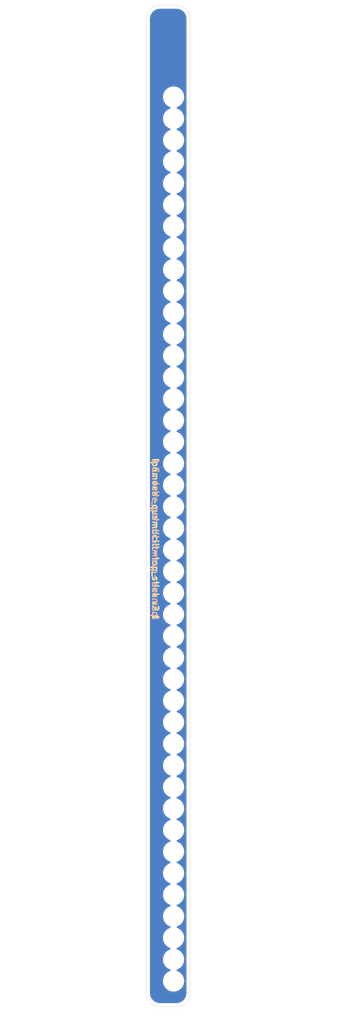
<source format=kicad_pcb>
(kicad_pcb (version 20171130) (host pcbnew "(5.1.6)-1")

  (general
    (thickness 1.6)
    (drawings 10)
    (tracks 0)
    (zones 0)
    (modules 14)
    (nets 1)
  )

  (page A4)
  (layers
    (0 F.Cu signal)
    (31 B.Cu signal)
    (32 B.Adhes user)
    (33 F.Adhes user)
    (34 B.Paste user)
    (35 F.Paste user)
    (36 B.SilkS user)
    (37 F.SilkS user)
    (38 B.Mask user)
    (39 F.Mask user)
    (40 Dwgs.User user)
    (41 Cmts.User user)
    (42 Eco1.User user)
    (43 Eco2.User user)
    (44 Edge.Cuts user)
    (45 Margin user)
    (46 B.CrtYd user)
    (47 F.CrtYd user)
    (48 B.Fab user)
    (49 F.Fab user)
  )

  (setup
    (last_trace_width 0.25)
    (user_trace_width 0.25)
    (user_trace_width 0.4)
    (user_trace_width 0.6)
    (trace_clearance 0.2)
    (zone_clearance 0.508)
    (zone_45_only no)
    (trace_min 0.2)
    (via_size 0.8)
    (via_drill 0.4)
    (via_min_size 0.4)
    (via_min_drill 0.3)
    (uvia_size 0.3)
    (uvia_drill 0.1)
    (uvias_allowed no)
    (uvia_min_size 0.2)
    (uvia_min_drill 0.1)
    (edge_width 0.05)
    (segment_width 0.2)
    (pcb_text_width 0.3)
    (pcb_text_size 1.5 1.5)
    (mod_edge_width 0.12)
    (mod_text_size 1 1)
    (mod_text_width 0.15)
    (pad_size 1.524 1.524)
    (pad_drill 0.762)
    (pad_to_mask_clearance 0.051)
    (solder_mask_min_width 0.25)
    (aux_axis_origin 0 0)
    (grid_origin 95.25 63.5)
    (visible_elements 7FFFFFFF)
    (pcbplotparams
      (layerselection 0x010f0_ffffffff)
      (usegerberextensions true)
      (usegerberattributes false)
      (usegerberadvancedattributes false)
      (creategerberjobfile false)
      (excludeedgelayer true)
      (linewidth 0.100000)
      (plotframeref false)
      (viasonmask false)
      (mode 1)
      (useauxorigin false)
      (hpglpennumber 1)
      (hpglpenspeed 20)
      (hpglpendiameter 15.000000)
      (psnegative false)
      (psa4output false)
      (plotreference true)
      (plotvalue true)
      (plotinvisibletext false)
      (padsonsilk false)
      (subtractmaskfromsilk true)
      (outputformat 1)
      (mirror false)
      (drillshape 0)
      (scaleselection 1)
      (outputdirectory "../GERBER/v2.1/I-quamoclit-top_stick.v2.1"))
  )

  (net 0 "")

  (net_class Default "これはデフォルトのネット クラスです。"
    (clearance 0.2)
    (trace_width 0.25)
    (via_dia 0.8)
    (via_drill 0.4)
    (uvia_dia 0.3)
    (uvia_drill 0.1)
  )

  (net_class Power ""
    (clearance 0.2)
    (trace_width 0.6)
    (via_dia 0.8)
    (via_drill 0.4)
    (uvia_dia 0.3)
    (uvia_drill 0.1)
  )

  (module Ipomoea-library:Ipomoea-quamoclit_Base_SUPPORT_SCREW_THRU_HOLEx3_TopPillar_NPTH (layer F.Cu) (tedit 5F6730C5) (tstamp 5F67A218)
    (at 77.7875 82.55 180)
    (fp_text reference REF**__02001 (at 0 3.175) (layer Dwgs.User)
      (effects (font (size 1 1) (thickness 0.15)))
    )
    (fp_text value Ipomoea-quamoclit_Base_SUPPORT_SCREW_THRU_HOLEx3_TopPillar (at 0 -3.175) (layer F.Fab)
      (effects (font (size 1 1) (thickness 0.15)))
    )
    (fp_circle (center 1.5875 -3.175) (end 2.6375 -3.175) (layer Eco1.User) (width 0.12))
    (fp_line (start 4.0125 -7) (end 4.0125 7) (layer Eco1.User) (width 0.12))
    (fp_line (start -2.425 7) (end -2.425 -7) (layer Eco1.User) (width 0.12))
    (fp_circle (center 1.5875 3.175) (end 2.6375 3.175) (layer Eco1.User) (width 0.12))
    (fp_circle (center 1.5875 -9.525) (end 2.6375 -9.525) (layer Eco1.User) (width 0.12))
    (pad "" np_thru_hole circle (at 0 6.35 90) (size 2.1 2.1) (drill 2.1) (layers *.Cu *.Mask))
    (pad "" np_thru_hole circle (at 0 0 180) (size 2.1 2.1) (drill 2.1) (layers *.Cu *.Mask))
    (pad "" np_thru_hole circle (at 0 -6.35 270) (size 2.1 2.1) (drill 2.1) (layers *.Cu *.Mask))
  )

  (module Ipomoea-library:Ipomoea-quamoclit_Base_SUPPORT_SCREW_THRU_HOLEx3_TopPillar_NPTH (layer F.Cu) (tedit 5F6730C5) (tstamp 5F67A20D)
    (at 77.7875 101.6 180)
    (fp_text reference REF**__02001 (at 0 3.175) (layer Dwgs.User)
      (effects (font (size 1 1) (thickness 0.15)))
    )
    (fp_text value Ipomoea-quamoclit_Base_SUPPORT_SCREW_THRU_HOLEx3_TopPillar (at 0 -3.175) (layer F.Fab)
      (effects (font (size 1 1) (thickness 0.15)))
    )
    (fp_circle (center 1.5875 -9.525) (end 2.6375 -9.525) (layer Eco1.User) (width 0.12))
    (fp_circle (center 1.5875 3.175) (end 2.6375 3.175) (layer Eco1.User) (width 0.12))
    (fp_line (start -2.425 7) (end -2.425 -7) (layer Eco1.User) (width 0.12))
    (fp_line (start 4.0125 -7) (end 4.0125 7) (layer Eco1.User) (width 0.12))
    (fp_circle (center 1.5875 -3.175) (end 2.6375 -3.175) (layer Eco1.User) (width 0.12))
    (pad "" np_thru_hole circle (at 0 -6.35 270) (size 2.1 2.1) (drill 2.1) (layers *.Cu *.Mask))
    (pad "" np_thru_hole circle (at 0 0 180) (size 2.1 2.1) (drill 2.1) (layers *.Cu *.Mask))
    (pad "" np_thru_hole circle (at 0 6.35 90) (size 2.1 2.1) (drill 2.1) (layers *.Cu *.Mask))
  )

  (module Ipomoea-library:Ipomoea-quamoclit_Base_SUPPORT_SCREW_THRU_HOLEx3_TopPillar_NPTH (layer F.Cu) (tedit 5F6730C5) (tstamp 5F67A202)
    (at 77.7875 139.7 180)
    (fp_text reference REF**__02001 (at 0 3.175) (layer Dwgs.User)
      (effects (font (size 1 1) (thickness 0.15)))
    )
    (fp_text value Ipomoea-quamoclit_Base_SUPPORT_SCREW_THRU_HOLEx3_TopPillar (at 0 -3.175) (layer F.Fab)
      (effects (font (size 1 1) (thickness 0.15)))
    )
    (fp_circle (center 1.5875 -3.175) (end 2.6375 -3.175) (layer Eco1.User) (width 0.12))
    (fp_line (start 4.0125 -7) (end 4.0125 7) (layer Eco1.User) (width 0.12))
    (fp_line (start -2.425 7) (end -2.425 -7) (layer Eco1.User) (width 0.12))
    (fp_circle (center 1.5875 3.175) (end 2.6375 3.175) (layer Eco1.User) (width 0.12))
    (fp_circle (center 1.5875 -9.525) (end 2.6375 -9.525) (layer Eco1.User) (width 0.12))
    (pad "" np_thru_hole circle (at 0 6.35 90) (size 2.1 2.1) (drill 2.1) (layers *.Cu *.Mask))
    (pad "" np_thru_hole circle (at 0 0 180) (size 2.1 2.1) (drill 2.1) (layers *.Cu *.Mask))
    (pad "" np_thru_hole circle (at 0 -6.35 270) (size 2.1 2.1) (drill 2.1) (layers *.Cu *.Mask))
  )

  (module Ipomoea-library:Ipomoea-quamoclit_Base_SUPPORT_SCREW_THRU_HOLEx3_TopPillar_NPTH (layer F.Cu) (tedit 5F6730C5) (tstamp 5F67A1F7)
    (at 77.7875 158.75 180)
    (fp_text reference REF**__02001 (at 0 3.175) (layer Dwgs.User)
      (effects (font (size 1 1) (thickness 0.15)))
    )
    (fp_text value Ipomoea-quamoclit_Base_SUPPORT_SCREW_THRU_HOLEx3_TopPillar (at 0 -3.175) (layer F.Fab)
      (effects (font (size 1 1) (thickness 0.15)))
    )
    (fp_circle (center 1.5875 -3.175) (end 2.6375 -3.175) (layer Eco1.User) (width 0.12))
    (fp_line (start 4.0125 -7) (end 4.0125 7) (layer Eco1.User) (width 0.12))
    (fp_line (start -2.425 7) (end -2.425 -7) (layer Eco1.User) (width 0.12))
    (fp_circle (center 1.5875 3.175) (end 2.6375 3.175) (layer Eco1.User) (width 0.12))
    (fp_circle (center 1.5875 -9.525) (end 2.6375 -9.525) (layer Eco1.User) (width 0.12))
    (pad "" np_thru_hole circle (at 0 6.35 90) (size 2.1 2.1) (drill 2.1) (layers *.Cu *.Mask))
    (pad "" np_thru_hole circle (at 0 0 180) (size 2.1 2.1) (drill 2.1) (layers *.Cu *.Mask))
    (pad "" np_thru_hole circle (at 0 -6.35 270) (size 2.1 2.1) (drill 2.1) (layers *.Cu *.Mask))
  )

  (module Ipomoea-library:Ipomoea-quamoclit_Base_SUPPORT_SCREW_THRU_HOLEx3_TopPillar_NPTH (layer F.Cu) (tedit 5F6730C5) (tstamp 5F67A1EC)
    (at 77.7875 177.8 180)
    (fp_text reference REF**__02001 (at 0 3.175) (layer Dwgs.User)
      (effects (font (size 1 1) (thickness 0.15)))
    )
    (fp_text value Ipomoea-quamoclit_Base_SUPPORT_SCREW_THRU_HOLEx3_TopPillar (at 0 -3.175) (layer F.Fab)
      (effects (font (size 1 1) (thickness 0.15)))
    )
    (fp_circle (center 1.5875 -9.525) (end 2.6375 -9.525) (layer Eco1.User) (width 0.12))
    (fp_circle (center 1.5875 3.175) (end 2.6375 3.175) (layer Eco1.User) (width 0.12))
    (fp_line (start -2.425 7) (end -2.425 -7) (layer Eco1.User) (width 0.12))
    (fp_line (start 4.0125 -7) (end 4.0125 7) (layer Eco1.User) (width 0.12))
    (fp_circle (center 1.5875 -3.175) (end 2.6375 -3.175) (layer Eco1.User) (width 0.12))
    (pad "" np_thru_hole circle (at 0 -6.35 270) (size 2.1 2.1) (drill 2.1) (layers *.Cu *.Mask))
    (pad "" np_thru_hole circle (at 0 0 180) (size 2.1 2.1) (drill 2.1) (layers *.Cu *.Mask))
    (pad "" np_thru_hole circle (at 0 6.35 90) (size 2.1 2.1) (drill 2.1) (layers *.Cu *.Mask))
  )

  (module Ipomoea-library:Ipomoea-quamoclit_Base_SUPPORT_SCREW_THRU_HOLEx3_TopPillar_NPTH (layer F.Cu) (tedit 5F6730C5) (tstamp 5F67A1E1)
    (at 77.7875 63.5 180)
    (fp_text reference REF**__02001 (at 0 3.175) (layer Dwgs.User)
      (effects (font (size 1 1) (thickness 0.15)))
    )
    (fp_text value Ipomoea-quamoclit_Base_SUPPORT_SCREW_THRU_HOLEx3_TopPillar (at 0 -3.175) (layer F.Fab)
      (effects (font (size 1 1) (thickness 0.15)))
    )
    (fp_circle (center 1.5875 -3.175) (end 2.6375 -3.175) (layer Eco1.User) (width 0.12))
    (fp_line (start 4.0125 -7) (end 4.0125 7) (layer Eco1.User) (width 0.12))
    (fp_line (start -2.425 7) (end -2.425 -7) (layer Eco1.User) (width 0.12))
    (fp_circle (center 1.5875 3.175) (end 2.6375 3.175) (layer Eco1.User) (width 0.12))
    (fp_circle (center 1.5875 -9.525) (end 2.6375 -9.525) (layer Eco1.User) (width 0.12))
    (pad "" np_thru_hole circle (at 0 6.35 90) (size 2.1 2.1) (drill 2.1) (layers *.Cu *.Mask))
    (pad "" np_thru_hole circle (at 0 0 180) (size 2.1 2.1) (drill 2.1) (layers *.Cu *.Mask))
    (pad "" np_thru_hole circle (at 0 -6.35 270) (size 2.1 2.1) (drill 2.1) (layers *.Cu *.Mask))
  )

  (module Ipomoea-library:Ipomoea-quamoclit_Base_SUPPORT_SCREW_THRU_HOLEx3_TopPillar_NPTH (layer F.Cu) (tedit 5F6730C5) (tstamp 5F67A1D6)
    (at 77.7875 120.65 180)
    (fp_text reference REF**__02001 (at 0 3.175) (layer Dwgs.User)
      (effects (font (size 1 1) (thickness 0.15)))
    )
    (fp_text value Ipomoea-quamoclit_Base_SUPPORT_SCREW_THRU_HOLEx3_TopPillar (at 0 -3.175) (layer F.Fab)
      (effects (font (size 1 1) (thickness 0.15)))
    )
    (fp_circle (center 1.5875 -9.525) (end 2.6375 -9.525) (layer Eco1.User) (width 0.12))
    (fp_circle (center 1.5875 3.175) (end 2.6375 3.175) (layer Eco1.User) (width 0.12))
    (fp_line (start -2.425 7) (end -2.425 -7) (layer Eco1.User) (width 0.12))
    (fp_line (start 4.0125 -7) (end 4.0125 7) (layer Eco1.User) (width 0.12))
    (fp_circle (center 1.5875 -3.175) (end 2.6375 -3.175) (layer Eco1.User) (width 0.12))
    (pad "" np_thru_hole circle (at 0 -6.35 270) (size 2.1 2.1) (drill 2.1) (layers *.Cu *.Mask))
    (pad "" np_thru_hole circle (at 0 0 180) (size 2.1 2.1) (drill 2.1) (layers *.Cu *.Mask))
    (pad "" np_thru_hole circle (at 0 6.35 90) (size 2.1 2.1) (drill 2.1) (layers *.Cu *.Mask))
  )

  (module Ipomoea-library:Ipomoea-quamoclit_Base_SUPPORT_SCREW_THRU_HOLEx3_TopPillar_NPTH (layer F.Cu) (tedit 5F6730C5) (tstamp 5F679E50)
    (at 77.7875 85.725 180)
    (fp_text reference REF**__02001 (at 0 3.175) (layer Dwgs.User)
      (effects (font (size 1 1) (thickness 0.15)))
    )
    (fp_text value Ipomoea-quamoclit_Base_SUPPORT_SCREW_THRU_HOLEx3_TopPillar (at 0 -3.175) (layer F.Fab)
      (effects (font (size 1 1) (thickness 0.15)))
    )
    (fp_circle (center 1.5875 -9.525) (end 2.6375 -9.525) (layer Eco1.User) (width 0.12))
    (fp_circle (center 1.5875 3.175) (end 2.6375 3.175) (layer Eco1.User) (width 0.12))
    (fp_line (start -2.425 7) (end -2.425 -7) (layer Eco1.User) (width 0.12))
    (fp_line (start 4.0125 -7) (end 4.0125 7) (layer Eco1.User) (width 0.12))
    (fp_circle (center 1.5875 -3.175) (end 2.6375 -3.175) (layer Eco1.User) (width 0.12))
    (pad "" np_thru_hole circle (at 0 -6.35 270) (size 2.1 2.1) (drill 2.1) (layers *.Cu *.Mask))
    (pad "" np_thru_hole circle (at 0 0 180) (size 2.1 2.1) (drill 2.1) (layers *.Cu *.Mask))
    (pad "" np_thru_hole circle (at 0 6.35 90) (size 2.1 2.1) (drill 2.1) (layers *.Cu *.Mask))
  )

  (module Ipomoea-library:Ipomoea-quamoclit_Base_SUPPORT_SCREW_THRU_HOLEx3_TopPillar_NPTH (layer F.Cu) (tedit 5F6730C5) (tstamp 5F679E7C)
    (at 77.7875 66.675 180)
    (fp_text reference REF**__02001 (at 0 3.175) (layer Dwgs.User)
      (effects (font (size 1 1) (thickness 0.15)))
    )
    (fp_text value Ipomoea-quamoclit_Base_SUPPORT_SCREW_THRU_HOLEx3_TopPillar (at 0 -3.175) (layer F.Fab)
      (effects (font (size 1 1) (thickness 0.15)))
    )
    (fp_circle (center 1.5875 -9.525) (end 2.6375 -9.525) (layer Eco1.User) (width 0.12))
    (fp_circle (center 1.5875 3.175) (end 2.6375 3.175) (layer Eco1.User) (width 0.12))
    (fp_line (start -2.425 7) (end -2.425 -7) (layer Eco1.User) (width 0.12))
    (fp_line (start 4.0125 -7) (end 4.0125 7) (layer Eco1.User) (width 0.12))
    (fp_circle (center 1.5875 -3.175) (end 2.6375 -3.175) (layer Eco1.User) (width 0.12))
    (pad "" np_thru_hole circle (at 0 -6.35 270) (size 2.1 2.1) (drill 2.1) (layers *.Cu *.Mask))
    (pad "" np_thru_hole circle (at 0 0 180) (size 2.1 2.1) (drill 2.1) (layers *.Cu *.Mask))
    (pad "" np_thru_hole circle (at 0 6.35 90) (size 2.1 2.1) (drill 2.1) (layers *.Cu *.Mask))
  )

  (module Ipomoea-library:Ipomoea-quamoclit_Base_SUPPORT_SCREW_THRU_HOLEx3_TopPillar_NPTH (layer F.Cu) (tedit 5F6730C5) (tstamp 5F679E5B)
    (at 77.7875 104.775 180)
    (fp_text reference REF**__02001 (at 0 3.175) (layer Dwgs.User)
      (effects (font (size 1 1) (thickness 0.15)))
    )
    (fp_text value Ipomoea-quamoclit_Base_SUPPORT_SCREW_THRU_HOLEx3_TopPillar (at 0 -3.175) (layer F.Fab)
      (effects (font (size 1 1) (thickness 0.15)))
    )
    (fp_circle (center 1.5875 -3.175) (end 2.6375 -3.175) (layer Eco1.User) (width 0.12))
    (fp_line (start 4.0125 -7) (end 4.0125 7) (layer Eco1.User) (width 0.12))
    (fp_line (start -2.425 7) (end -2.425 -7) (layer Eco1.User) (width 0.12))
    (fp_circle (center 1.5875 3.175) (end 2.6375 3.175) (layer Eco1.User) (width 0.12))
    (fp_circle (center 1.5875 -9.525) (end 2.6375 -9.525) (layer Eco1.User) (width 0.12))
    (pad "" np_thru_hole circle (at 0 6.35 90) (size 2.1 2.1) (drill 2.1) (layers *.Cu *.Mask))
    (pad "" np_thru_hole circle (at 0 0 180) (size 2.1 2.1) (drill 2.1) (layers *.Cu *.Mask))
    (pad "" np_thru_hole circle (at 0 -6.35 270) (size 2.1 2.1) (drill 2.1) (layers *.Cu *.Mask))
  )

  (module Ipomoea-library:Ipomoea-quamoclit_Base_SUPPORT_SCREW_THRU_HOLEx3_TopPillar_NPTH (layer F.Cu) (tedit 5F6730C5) (tstamp 5F679E2F)
    (at 77.7875 123.825 180)
    (fp_text reference REF**__02001 (at 0 3.175) (layer Dwgs.User)
      (effects (font (size 1 1) (thickness 0.15)))
    )
    (fp_text value Ipomoea-quamoclit_Base_SUPPORT_SCREW_THRU_HOLEx3_TopPillar (at 0 -3.175) (layer F.Fab)
      (effects (font (size 1 1) (thickness 0.15)))
    )
    (fp_circle (center 1.5875 -3.175) (end 2.6375 -3.175) (layer Eco1.User) (width 0.12))
    (fp_line (start 4.0125 -7) (end 4.0125 7) (layer Eco1.User) (width 0.12))
    (fp_line (start -2.425 7) (end -2.425 -7) (layer Eco1.User) (width 0.12))
    (fp_circle (center 1.5875 3.175) (end 2.6375 3.175) (layer Eco1.User) (width 0.12))
    (fp_circle (center 1.5875 -9.525) (end 2.6375 -9.525) (layer Eco1.User) (width 0.12))
    (pad "" np_thru_hole circle (at 0 6.35 90) (size 2.1 2.1) (drill 2.1) (layers *.Cu *.Mask))
    (pad "" np_thru_hole circle (at 0 0 180) (size 2.1 2.1) (drill 2.1) (layers *.Cu *.Mask))
    (pad "" np_thru_hole circle (at 0 -6.35 270) (size 2.1 2.1) (drill 2.1) (layers *.Cu *.Mask))
  )

  (module Ipomoea-library:Ipomoea-quamoclit_Base_SUPPORT_SCREW_THRU_HOLEx3_TopPillar_NPTH (layer F.Cu) (tedit 5F6730C5) (tstamp 5F679E24)
    (at 77.7875 142.875 180)
    (fp_text reference REF**__02001 (at 0 3.175) (layer Dwgs.User)
      (effects (font (size 1 1) (thickness 0.15)))
    )
    (fp_text value Ipomoea-quamoclit_Base_SUPPORT_SCREW_THRU_HOLEx3_TopPillar (at 0 -3.175) (layer F.Fab)
      (effects (font (size 1 1) (thickness 0.15)))
    )
    (fp_circle (center 1.5875 -9.525) (end 2.6375 -9.525) (layer Eco1.User) (width 0.12))
    (fp_circle (center 1.5875 3.175) (end 2.6375 3.175) (layer Eco1.User) (width 0.12))
    (fp_line (start -2.425 7) (end -2.425 -7) (layer Eco1.User) (width 0.12))
    (fp_line (start 4.0125 -7) (end 4.0125 7) (layer Eco1.User) (width 0.12))
    (fp_circle (center 1.5875 -3.175) (end 2.6375 -3.175) (layer Eco1.User) (width 0.12))
    (pad "" np_thru_hole circle (at 0 -6.35 270) (size 2.1 2.1) (drill 2.1) (layers *.Cu *.Mask))
    (pad "" np_thru_hole circle (at 0 0 180) (size 2.1 2.1) (drill 2.1) (layers *.Cu *.Mask))
    (pad "" np_thru_hole circle (at 0 6.35 90) (size 2.1 2.1) (drill 2.1) (layers *.Cu *.Mask))
  )

  (module Ipomoea-library:Ipomoea-quamoclit_Base_SUPPORT_SCREW_THRU_HOLEx3_TopPillar_NPTH (layer F.Cu) (tedit 5F6730C5) (tstamp 5F679E0D)
    (at 77.7875 161.925 180)
    (fp_text reference REF**__02001 (at 0 3.175) (layer Dwgs.User)
      (effects (font (size 1 1) (thickness 0.15)))
    )
    (fp_text value Ipomoea-quamoclit_Base_SUPPORT_SCREW_THRU_HOLEx3_TopPillar (at 0 -3.175) (layer F.Fab)
      (effects (font (size 1 1) (thickness 0.15)))
    )
    (fp_circle (center 1.5875 -9.525) (end 2.6375 -9.525) (layer Eco1.User) (width 0.12))
    (fp_circle (center 1.5875 3.175) (end 2.6375 3.175) (layer Eco1.User) (width 0.12))
    (fp_line (start -2.425 7) (end -2.425 -7) (layer Eco1.User) (width 0.12))
    (fp_line (start 4.0125 -7) (end 4.0125 7) (layer Eco1.User) (width 0.12))
    (fp_circle (center 1.5875 -3.175) (end 2.6375 -3.175) (layer Eco1.User) (width 0.12))
    (pad "" np_thru_hole circle (at 0 -6.35 270) (size 2.1 2.1) (drill 2.1) (layers *.Cu *.Mask))
    (pad "" np_thru_hole circle (at 0 0 180) (size 2.1 2.1) (drill 2.1) (layers *.Cu *.Mask))
    (pad "" np_thru_hole circle (at 0 6.35 90) (size 2.1 2.1) (drill 2.1) (layers *.Cu *.Mask))
  )

  (module Ipomoea-library:Ipomoea-quamoclit_Base_SUPPORT_SCREW_THRU_HOLEx3_TopPillar_NPTH (layer F.Cu) (tedit 5F6730C5) (tstamp 5F67344A)
    (at 77.7875 180.975 180)
    (fp_text reference REF**__02001 (at 0 3.175) (layer Dwgs.User)
      (effects (font (size 1 1) (thickness 0.15)))
    )
    (fp_text value Ipomoea-quamoclit_Base_SUPPORT_SCREW_THRU_HOLEx3_TopPillar (at 0 -3.175) (layer F.Fab)
      (effects (font (size 1 1) (thickness 0.15)))
    )
    (fp_circle (center 1.5875 -3.175) (end 2.6375 -3.175) (layer Eco1.User) (width 0.12))
    (fp_line (start 4.0125 -7) (end 4.0125 7) (layer Eco1.User) (width 0.12))
    (fp_line (start -2.425 7) (end -2.425 -7) (layer Eco1.User) (width 0.12))
    (fp_circle (center 1.5875 3.175) (end 2.6375 3.175) (layer Eco1.User) (width 0.12))
    (fp_circle (center 1.5875 -9.525) (end 2.6375 -9.525) (layer Eco1.User) (width 0.12))
    (pad "" np_thru_hole circle (at 0 6.35 90) (size 2.1 2.1) (drill 2.1) (layers *.Cu *.Mask))
    (pad "" np_thru_hole circle (at 0 0 180) (size 2.1 2.1) (drill 2.1) (layers *.Cu *.Mask))
    (pad "" np_thru_hole circle (at 0 -6.35 270) (size 2.1 2.1) (drill 2.1) (layers *.Cu *.Mask))
  )

  (gr_text Ipomoea-quamoclit-top_stick.v2.1 (at 75.1125 122.2375 270) (layer F.SilkS) (tstamp 5F6C9BCC)
    (effects (font (size 0.9 0.9) (thickness 0.2)))
  )
  (gr_text Ipomoea-quamoclit-top_stick.v2.1 (at 75.1125 122.2375 270) (layer B.SilkS) (tstamp 5F6C9BCB)
    (effects (font (size 0.9 0.9) (thickness 0.2)) (justify mirror))
  )
  (gr_arc (start 78.2125 189.1125) (end 78.2125 191.1125) (angle -90) (layer Edge.Cuts) (width 0.05) (tstamp 5F679EF6))
  (gr_line (start 75.775 191.1125) (end 78.2125 191.1125) (layer Edge.Cuts) (width 0.05) (tstamp 5F679EF5))
  (gr_line (start 78.2125 43.6125) (end 75.775 43.6125) (layer Edge.Cuts) (width 0.05) (tstamp 5F679EEA))
  (gr_arc (start 78.2125 45.6125) (end 80.2125 45.6125) (angle -90) (layer Edge.Cuts) (width 0.05) (tstamp 5F679EE4))
  (gr_line (start 80.2125 45.6125) (end 80.2125 189.1125) (layer Edge.Cuts) (width 0.05))
  (gr_arc (start 75.775 189.1125) (end 73.775 189.1125) (angle -90) (layer Edge.Cuts) (width 0.05) (tstamp 5F673457))
  (gr_line (start 73.775 45.6125) (end 73.775 189.1125) (layer Edge.Cuts) (width 0.05) (tstamp 5F673456))
  (gr_arc (start 75.775 45.6125) (end 75.775 43.6125) (angle -90) (layer Edge.Cuts) (width 0.05) (tstamp 5F673455))

  (zone (net 0) (net_name "") (layer F.Cu) (tstamp 0) (hatch edge 0.508)
    (connect_pads (clearance 0.508))
    (min_thickness 0.254)
    (fill yes (arc_segments 32) (thermal_gap 0.508) (thermal_bridge_width 0.508))
    (polygon
      (pts
        (xy 82.55 193.675) (xy 71.4375 193.675) (xy 71.4375 42.8625) (xy 82.55 42.8625)
      )
    )
    (filled_polygon
      (pts
        (xy 78.472159 44.301125) (xy 78.721929 44.376535) (xy 78.952292 44.499022) (xy 79.15448 44.663922) (xy 79.320786 44.86495)
        (xy 79.444878 45.094454) (xy 79.522031 45.343695) (xy 79.5525 45.633588) (xy 79.552501 189.080211) (xy 79.523875 189.37216)
        (xy 79.448465 189.621929) (xy 79.325977 189.852294) (xy 79.161079 190.054479) (xy 78.960046 190.220788) (xy 78.730546 190.344878)
        (xy 78.481305 190.422031) (xy 78.191411 190.4525) (xy 75.807279 190.4525) (xy 75.51534 190.423875) (xy 75.265571 190.348465)
        (xy 75.035206 190.225977) (xy 74.833021 190.061079) (xy 74.666712 189.860046) (xy 74.542622 189.630546) (xy 74.465469 189.381305)
        (xy 74.435 189.091411) (xy 74.435 56.984042) (xy 76.1025 56.984042) (xy 76.1025 57.315958) (xy 76.167254 57.641496)
        (xy 76.294272 57.948147) (xy 76.478675 58.224125) (xy 76.713375 58.458825) (xy 76.989353 58.643228) (xy 77.216948 58.7375)
        (xy 76.989353 58.831772) (xy 76.713375 59.016175) (xy 76.478675 59.250875) (xy 76.294272 59.526853) (xy 76.167254 59.833504)
        (xy 76.1025 60.159042) (xy 76.1025 60.490958) (xy 76.167254 60.816496) (xy 76.294272 61.123147) (xy 76.478675 61.399125)
        (xy 76.713375 61.633825) (xy 76.989353 61.818228) (xy 77.216948 61.9125) (xy 76.989353 62.006772) (xy 76.713375 62.191175)
        (xy 76.478675 62.425875) (xy 76.294272 62.701853) (xy 76.167254 63.008504) (xy 76.1025 63.334042) (xy 76.1025 63.665958)
        (xy 76.167254 63.991496) (xy 76.294272 64.298147) (xy 76.478675 64.574125) (xy 76.713375 64.808825) (xy 76.989353 64.993228)
        (xy 77.216948 65.0875) (xy 76.989353 65.181772) (xy 76.713375 65.366175) (xy 76.478675 65.600875) (xy 76.294272 65.876853)
        (xy 76.167254 66.183504) (xy 76.1025 66.509042) (xy 76.1025 66.840958) (xy 76.167254 67.166496) (xy 76.294272 67.473147)
        (xy 76.478675 67.749125) (xy 76.713375 67.983825) (xy 76.989353 68.168228) (xy 77.216948 68.2625) (xy 76.989353 68.356772)
        (xy 76.713375 68.541175) (xy 76.478675 68.775875) (xy 76.294272 69.051853) (xy 76.167254 69.358504) (xy 76.1025 69.684042)
        (xy 76.1025 70.015958) (xy 76.167254 70.341496) (xy 76.294272 70.648147) (xy 76.478675 70.924125) (xy 76.713375 71.158825)
        (xy 76.989353 71.343228) (xy 77.216948 71.4375) (xy 76.989353 71.531772) (xy 76.713375 71.716175) (xy 76.478675 71.950875)
        (xy 76.294272 72.226853) (xy 76.167254 72.533504) (xy 76.1025 72.859042) (xy 76.1025 73.190958) (xy 76.167254 73.516496)
        (xy 76.294272 73.823147) (xy 76.478675 74.099125) (xy 76.713375 74.333825) (xy 76.989353 74.518228) (xy 77.216948 74.6125)
        (xy 76.989353 74.706772) (xy 76.713375 74.891175) (xy 76.478675 75.125875) (xy 76.294272 75.401853) (xy 76.167254 75.708504)
        (xy 76.1025 76.034042) (xy 76.1025 76.365958) (xy 76.167254 76.691496) (xy 76.294272 76.998147) (xy 76.478675 77.274125)
        (xy 76.713375 77.508825) (xy 76.989353 77.693228) (xy 77.216948 77.7875) (xy 76.989353 77.881772) (xy 76.713375 78.066175)
        (xy 76.478675 78.300875) (xy 76.294272 78.576853) (xy 76.167254 78.883504) (xy 76.1025 79.209042) (xy 76.1025 79.540958)
        (xy 76.167254 79.866496) (xy 76.294272 80.173147) (xy 76.478675 80.449125) (xy 76.713375 80.683825) (xy 76.989353 80.868228)
        (xy 77.216948 80.9625) (xy 76.989353 81.056772) (xy 76.713375 81.241175) (xy 76.478675 81.475875) (xy 76.294272 81.751853)
        (xy 76.167254 82.058504) (xy 76.1025 82.384042) (xy 76.1025 82.715958) (xy 76.167254 83.041496) (xy 76.294272 83.348147)
        (xy 76.478675 83.624125) (xy 76.713375 83.858825) (xy 76.989353 84.043228) (xy 77.216948 84.1375) (xy 76.989353 84.231772)
        (xy 76.713375 84.416175) (xy 76.478675 84.650875) (xy 76.294272 84.926853) (xy 76.167254 85.233504) (xy 76.1025 85.559042)
        (xy 76.1025 85.890958) (xy 76.167254 86.216496) (xy 76.294272 86.523147) (xy 76.478675 86.799125) (xy 76.713375 87.033825)
        (xy 76.989353 87.218228) (xy 77.216948 87.3125) (xy 76.989353 87.406772) (xy 76.713375 87.591175) (xy 76.478675 87.825875)
        (xy 76.294272 88.101853) (xy 76.167254 88.408504) (xy 76.1025 88.734042) (xy 76.1025 89.065958) (xy 76.167254 89.391496)
        (xy 76.294272 89.698147) (xy 76.478675 89.974125) (xy 76.713375 90.208825) (xy 76.989353 90.393228) (xy 77.216948 90.4875)
        (xy 76.989353 90.581772) (xy 76.713375 90.766175) (xy 76.478675 91.000875) (xy 76.294272 91.276853) (xy 76.167254 91.583504)
        (xy 76.1025 91.909042) (xy 76.1025 92.240958) (xy 76.167254 92.566496) (xy 76.294272 92.873147) (xy 76.478675 93.149125)
        (xy 76.713375 93.383825) (xy 76.989353 93.568228) (xy 77.216948 93.6625) (xy 76.989353 93.756772) (xy 76.713375 93.941175)
        (xy 76.478675 94.175875) (xy 76.294272 94.451853) (xy 76.167254 94.758504) (xy 76.1025 95.084042) (xy 76.1025 95.415958)
        (xy 76.167254 95.741496) (xy 76.294272 96.048147) (xy 76.478675 96.324125) (xy 76.713375 96.558825) (xy 76.989353 96.743228)
        (xy 77.216948 96.8375) (xy 76.989353 96.931772) (xy 76.713375 97.116175) (xy 76.478675 97.350875) (xy 76.294272 97.626853)
        (xy 76.167254 97.933504) (xy 76.1025 98.259042) (xy 76.1025 98.590958) (xy 76.167254 98.916496) (xy 76.294272 99.223147)
        (xy 76.478675 99.499125) (xy 76.713375 99.733825) (xy 76.989353 99.918228) (xy 77.216948 100.0125) (xy 76.989353 100.106772)
        (xy 76.713375 100.291175) (xy 76.478675 100.525875) (xy 76.294272 100.801853) (xy 76.167254 101.108504) (xy 76.1025 101.434042)
        (xy 76.1025 101.765958) (xy 76.167254 102.091496) (xy 76.294272 102.398147) (xy 76.478675 102.674125) (xy 76.713375 102.908825)
        (xy 76.989353 103.093228) (xy 77.216948 103.1875) (xy 76.989353 103.281772) (xy 76.713375 103.466175) (xy 76.478675 103.700875)
        (xy 76.294272 103.976853) (xy 76.167254 104.283504) (xy 76.1025 104.609042) (xy 76.1025 104.940958) (xy 76.167254 105.266496)
        (xy 76.294272 105.573147) (xy 76.478675 105.849125) (xy 76.713375 106.083825) (xy 76.989353 106.268228) (xy 77.216948 106.3625)
        (xy 76.989353 106.456772) (xy 76.713375 106.641175) (xy 76.478675 106.875875) (xy 76.294272 107.151853) (xy 76.167254 107.458504)
        (xy 76.1025 107.784042) (xy 76.1025 108.115958) (xy 76.167254 108.441496) (xy 76.294272 108.748147) (xy 76.478675 109.024125)
        (xy 76.713375 109.258825) (xy 76.989353 109.443228) (xy 77.216948 109.5375) (xy 76.989353 109.631772) (xy 76.713375 109.816175)
        (xy 76.478675 110.050875) (xy 76.294272 110.326853) (xy 76.167254 110.633504) (xy 76.1025 110.959042) (xy 76.1025 111.290958)
        (xy 76.167254 111.616496) (xy 76.294272 111.923147) (xy 76.478675 112.199125) (xy 76.713375 112.433825) (xy 76.989353 112.618228)
        (xy 77.216948 112.7125) (xy 76.989353 112.806772) (xy 76.713375 112.991175) (xy 76.478675 113.225875) (xy 76.294272 113.501853)
        (xy 76.167254 113.808504) (xy 76.1025 114.134042) (xy 76.1025 114.465958) (xy 76.167254 114.791496) (xy 76.294272 115.098147)
        (xy 76.478675 115.374125) (xy 76.713375 115.608825) (xy 76.989353 115.793228) (xy 77.216948 115.8875) (xy 76.989353 115.981772)
        (xy 76.713375 116.166175) (xy 76.478675 116.400875) (xy 76.294272 116.676853) (xy 76.167254 116.983504) (xy 76.1025 117.309042)
        (xy 76.1025 117.640958) (xy 76.167254 117.966496) (xy 76.294272 118.273147) (xy 76.478675 118.549125) (xy 76.713375 118.783825)
        (xy 76.989353 118.968228) (xy 77.216948 119.0625) (xy 76.989353 119.156772) (xy 76.713375 119.341175) (xy 76.478675 119.575875)
        (xy 76.294272 119.851853) (xy 76.167254 120.158504) (xy 76.1025 120.484042) (xy 76.1025 120.815958) (xy 76.167254 121.141496)
        (xy 76.294272 121.448147) (xy 76.478675 121.724125) (xy 76.713375 121.958825) (xy 76.989353 122.143228) (xy 77.216948 122.2375)
        (xy 76.989353 122.331772) (xy 76.713375 122.516175) (xy 76.478675 122.750875) (xy 76.294272 123.026853) (xy 76.167254 123.333504)
        (xy 76.1025 123.659042) (xy 76.1025 123.990958) (xy 76.167254 124.316496) (xy 76.294272 124.623147) (xy 76.478675 124.899125)
        (xy 76.713375 125.133825) (xy 76.989353 125.318228) (xy 77.216948 125.4125) (xy 76.989353 125.506772) (xy 76.713375 125.691175)
        (xy 76.478675 125.925875) (xy 76.294272 126.201853) (xy 76.167254 126.508504) (xy 76.1025 126.834042) (xy 76.1025 127.165958)
        (xy 76.167254 127.491496) (xy 76.294272 127.798147) (xy 76.478675 128.074125) (xy 76.713375 128.308825) (xy 76.989353 128.493228)
        (xy 77.216948 128.5875) (xy 76.989353 128.681772) (xy 76.713375 128.866175) (xy 76.478675 129.100875) (xy 76.294272 129.376853)
        (xy 76.167254 129.683504) (xy 76.1025 130.009042) (xy 76.1025 130.340958) (xy 76.167254 130.666496) (xy 76.294272 130.973147)
        (xy 76.478675 131.249125) (xy 76.713375 131.483825) (xy 76.989353 131.668228) (xy 77.216948 131.7625) (xy 76.989353 131.856772)
        (xy 76.713375 132.041175) (xy 76.478675 132.275875) (xy 76.294272 132.551853) (xy 76.167254 132.858504) (xy 76.1025 133.184042)
        (xy 76.1025 133.515958) (xy 76.167254 133.841496) (xy 76.294272 134.148147) (xy 76.478675 134.424125) (xy 76.713375 134.658825)
        (xy 76.989353 134.843228) (xy 77.216948 134.9375) (xy 76.989353 135.031772) (xy 76.713375 135.216175) (xy 76.478675 135.450875)
        (xy 76.294272 135.726853) (xy 76.167254 136.033504) (xy 76.1025 136.359042) (xy 76.1025 136.690958) (xy 76.167254 137.016496)
        (xy 76.294272 137.323147) (xy 76.478675 137.599125) (xy 76.713375 137.833825) (xy 76.989353 138.018228) (xy 77.216948 138.1125)
        (xy 76.989353 138.206772) (xy 76.713375 138.391175) (xy 76.478675 138.625875) (xy 76.294272 138.901853) (xy 76.167254 139.208504)
        (xy 76.1025 139.534042) (xy 76.1025 139.865958) (xy 76.167254 140.191496) (xy 76.294272 140.498147) (xy 76.478675 140.774125)
        (xy 76.713375 141.008825) (xy 76.989353 141.193228) (xy 77.216948 141.2875) (xy 76.989353 141.381772) (xy 76.713375 141.566175)
        (xy 76.478675 141.800875) (xy 76.294272 142.076853) (xy 76.167254 142.383504) (xy 76.1025 142.709042) (xy 76.1025 143.040958)
        (xy 76.167254 143.366496) (xy 76.294272 143.673147) (xy 76.478675 143.949125) (xy 76.713375 144.183825) (xy 76.989353 144.368228)
        (xy 77.216948 144.4625) (xy 76.989353 144.556772) (xy 76.713375 144.741175) (xy 76.478675 144.975875) (xy 76.294272 145.251853)
        (xy 76.167254 145.558504) (xy 76.1025 145.884042) (xy 76.1025 146.215958) (xy 76.167254 146.541496) (xy 76.294272 146.848147)
        (xy 76.478675 147.124125) (xy 76.713375 147.358825) (xy 76.989353 147.543228) (xy 77.216948 147.6375) (xy 76.989353 147.731772)
        (xy 76.713375 147.916175) (xy 76.478675 148.150875) (xy 76.294272 148.426853) (xy 76.167254 148.733504) (xy 76.1025 149.059042)
        (xy 76.1025 149.390958) (xy 76.167254 149.716496) (xy 76.294272 150.023147) (xy 76.478675 150.299125) (xy 76.713375 150.533825)
        (xy 76.989353 150.718228) (xy 77.216948 150.8125) (xy 76.989353 150.906772) (xy 76.713375 151.091175) (xy 76.478675 151.325875)
        (xy 76.294272 151.601853) (xy 76.167254 151.908504) (xy 76.1025 152.234042) (xy 76.1025 152.565958) (xy 76.167254 152.891496)
        (xy 76.294272 153.198147) (xy 76.478675 153.474125) (xy 76.713375 153.708825) (xy 76.989353 153.893228) (xy 77.216948 153.9875)
        (xy 76.989353 154.081772) (xy 76.713375 154.266175) (xy 76.478675 154.500875) (xy 76.294272 154.776853) (xy 76.167254 155.083504)
        (xy 76.1025 155.409042) (xy 76.1025 155.740958) (xy 76.167254 156.066496) (xy 76.294272 156.373147) (xy 76.478675 156.649125)
        (xy 76.713375 156.883825) (xy 76.989353 157.068228) (xy 77.216948 157.1625) (xy 76.989353 157.256772) (xy 76.713375 157.441175)
        (xy 76.478675 157.675875) (xy 76.294272 157.951853) (xy 76.167254 158.258504) (xy 76.1025 158.584042) (xy 76.1025 158.915958)
        (xy 76.167254 159.241496) (xy 76.294272 159.548147) (xy 76.478675 159.824125) (xy 76.713375 160.058825) (xy 76.989353 160.243228)
        (xy 77.216948 160.3375) (xy 76.989353 160.431772) (xy 76.713375 160.616175) (xy 76.478675 160.850875) (xy 76.294272 161.126853)
        (xy 76.167254 161.433504) (xy 76.1025 161.759042) (xy 76.1025 162.090958) (xy 76.167254 162.416496) (xy 76.294272 162.723147)
        (xy 76.478675 162.999125) (xy 76.713375 163.233825) (xy 76.989353 163.418228) (xy 77.216948 163.5125) (xy 76.989353 163.606772)
        (xy 76.713375 163.791175) (xy 76.478675 164.025875) (xy 76.294272 164.301853) (xy 76.167254 164.608504) (xy 76.1025 164.934042)
        (xy 76.1025 165.265958) (xy 76.167254 165.591496) (xy 76.294272 165.898147) (xy 76.478675 166.174125) (xy 76.713375 166.408825)
        (xy 76.989353 166.593228) (xy 77.216948 166.6875) (xy 76.989353 166.781772) (xy 76.713375 166.966175) (xy 76.478675 167.200875)
        (xy 76.294272 167.476853) (xy 76.167254 167.783504) (xy 76.1025 168.109042) (xy 76.1025 168.440958) (xy 76.167254 168.766496)
        (xy 76.294272 169.073147) (xy 76.478675 169.349125) (xy 76.713375 169.583825) (xy 76.989353 169.768228) (xy 77.216948 169.8625)
        (xy 76.989353 169.956772) (xy 76.713375 170.141175) (xy 76.478675 170.375875) (xy 76.294272 170.651853) (xy 76.167254 170.958504)
        (xy 76.1025 171.284042) (xy 76.1025 171.615958) (xy 76.167254 171.941496) (xy 76.294272 172.248147) (xy 76.478675 172.524125)
        (xy 76.713375 172.758825) (xy 76.989353 172.943228) (xy 77.216948 173.0375) (xy 76.989353 173.131772) (xy 76.713375 173.316175)
        (xy 76.478675 173.550875) (xy 76.294272 173.826853) (xy 76.167254 174.133504) (xy 76.1025 174.459042) (xy 76.1025 174.790958)
        (xy 76.167254 175.116496) (xy 76.294272 175.423147) (xy 76.478675 175.699125) (xy 76.713375 175.933825) (xy 76.989353 176.118228)
        (xy 77.216948 176.2125) (xy 76.989353 176.306772) (xy 76.713375 176.491175) (xy 76.478675 176.725875) (xy 76.294272 177.001853)
        (xy 76.167254 177.308504) (xy 76.1025 177.634042) (xy 76.1025 177.965958) (xy 76.167254 178.291496) (xy 76.294272 178.598147)
        (xy 76.478675 178.874125) (xy 76.713375 179.108825) (xy 76.989353 179.293228) (xy 77.216948 179.3875) (xy 76.989353 179.481772)
        (xy 76.713375 179.666175) (xy 76.478675 179.900875) (xy 76.294272 180.176853) (xy 76.167254 180.483504) (xy 76.1025 180.809042)
        (xy 76.1025 181.140958) (xy 76.167254 181.466496) (xy 76.294272 181.773147) (xy 76.478675 182.049125) (xy 76.713375 182.283825)
        (xy 76.989353 182.468228) (xy 77.216948 182.5625) (xy 76.989353 182.656772) (xy 76.713375 182.841175) (xy 76.478675 183.075875)
        (xy 76.294272 183.351853) (xy 76.167254 183.658504) (xy 76.1025 183.984042) (xy 76.1025 184.315958) (xy 76.167254 184.641496)
        (xy 76.294272 184.948147) (xy 76.478675 185.224125) (xy 76.713375 185.458825) (xy 76.989353 185.643228) (xy 77.216948 185.7375)
        (xy 76.989353 185.831772) (xy 76.713375 186.016175) (xy 76.478675 186.250875) (xy 76.294272 186.526853) (xy 76.167254 186.833504)
        (xy 76.1025 187.159042) (xy 76.1025 187.490958) (xy 76.167254 187.816496) (xy 76.294272 188.123147) (xy 76.478675 188.399125)
        (xy 76.713375 188.633825) (xy 76.989353 188.818228) (xy 77.296004 188.945246) (xy 77.621542 189.01) (xy 77.953458 189.01)
        (xy 78.278996 188.945246) (xy 78.585647 188.818228) (xy 78.861625 188.633825) (xy 79.096325 188.399125) (xy 79.280728 188.123147)
        (xy 79.407746 187.816496) (xy 79.4725 187.490958) (xy 79.4725 187.159042) (xy 79.407746 186.833504) (xy 79.280728 186.526853)
        (xy 79.096325 186.250875) (xy 78.861625 186.016175) (xy 78.585647 185.831772) (xy 78.358052 185.7375) (xy 78.585647 185.643228)
        (xy 78.861625 185.458825) (xy 79.096325 185.224125) (xy 79.280728 184.948147) (xy 79.407746 184.641496) (xy 79.4725 184.315958)
        (xy 79.4725 183.984042) (xy 79.407746 183.658504) (xy 79.280728 183.351853) (xy 79.096325 183.075875) (xy 78.861625 182.841175)
        (xy 78.585647 182.656772) (xy 78.358052 182.5625) (xy 78.585647 182.468228) (xy 78.861625 182.283825) (xy 79.096325 182.049125)
        (xy 79.280728 181.773147) (xy 79.407746 181.466496) (xy 79.4725 181.140958) (xy 79.4725 180.809042) (xy 79.407746 180.483504)
        (xy 79.280728 180.176853) (xy 79.096325 179.900875) (xy 78.861625 179.666175) (xy 78.585647 179.481772) (xy 78.358052 179.3875)
        (xy 78.585647 179.293228) (xy 78.861625 179.108825) (xy 79.096325 178.874125) (xy 79.280728 178.598147) (xy 79.407746 178.291496)
        (xy 79.4725 177.965958) (xy 79.4725 177.634042) (xy 79.407746 177.308504) (xy 79.280728 177.001853) (xy 79.096325 176.725875)
        (xy 78.861625 176.491175) (xy 78.585647 176.306772) (xy 78.358052 176.2125) (xy 78.585647 176.118228) (xy 78.861625 175.933825)
        (xy 79.096325 175.699125) (xy 79.280728 175.423147) (xy 79.407746 175.116496) (xy 79.4725 174.790958) (xy 79.4725 174.459042)
        (xy 79.407746 174.133504) (xy 79.280728 173.826853) (xy 79.096325 173.550875) (xy 78.861625 173.316175) (xy 78.585647 173.131772)
        (xy 78.358052 173.0375) (xy 78.585647 172.943228) (xy 78.861625 172.758825) (xy 79.096325 172.524125) (xy 79.280728 172.248147)
        (xy 79.407746 171.941496) (xy 79.4725 171.615958) (xy 79.4725 171.284042) (xy 79.407746 170.958504) (xy 79.280728 170.651853)
        (xy 79.096325 170.375875) (xy 78.861625 170.141175) (xy 78.585647 169.956772) (xy 78.358052 169.8625) (xy 78.585647 169.768228)
        (xy 78.861625 169.583825) (xy 79.096325 169.349125) (xy 79.280728 169.073147) (xy 79.407746 168.766496) (xy 79.4725 168.440958)
        (xy 79.4725 168.109042) (xy 79.407746 167.783504) (xy 79.280728 167.476853) (xy 79.096325 167.200875) (xy 78.861625 166.966175)
        (xy 78.585647 166.781772) (xy 78.358052 166.6875) (xy 78.585647 166.593228) (xy 78.861625 166.408825) (xy 79.096325 166.174125)
        (xy 79.280728 165.898147) (xy 79.407746 165.591496) (xy 79.4725 165.265958) (xy 79.4725 164.934042) (xy 79.407746 164.608504)
        (xy 79.280728 164.301853) (xy 79.096325 164.025875) (xy 78.861625 163.791175) (xy 78.585647 163.606772) (xy 78.358052 163.5125)
        (xy 78.585647 163.418228) (xy 78.861625 163.233825) (xy 79.096325 162.999125) (xy 79.280728 162.723147) (xy 79.407746 162.416496)
        (xy 79.4725 162.090958) (xy 79.4725 161.759042) (xy 79.407746 161.433504) (xy 79.280728 161.126853) (xy 79.096325 160.850875)
        (xy 78.861625 160.616175) (xy 78.585647 160.431772) (xy 78.358052 160.3375) (xy 78.585647 160.243228) (xy 78.861625 160.058825)
        (xy 79.096325 159.824125) (xy 79.280728 159.548147) (xy 79.407746 159.241496) (xy 79.4725 158.915958) (xy 79.4725 158.584042)
        (xy 79.407746 158.258504) (xy 79.280728 157.951853) (xy 79.096325 157.675875) (xy 78.861625 157.441175) (xy 78.585647 157.256772)
        (xy 78.358052 157.1625) (xy 78.585647 157.068228) (xy 78.861625 156.883825) (xy 79.096325 156.649125) (xy 79.280728 156.373147)
        (xy 79.407746 156.066496) (xy 79.4725 155.740958) (xy 79.4725 155.409042) (xy 79.407746 155.083504) (xy 79.280728 154.776853)
        (xy 79.096325 154.500875) (xy 78.861625 154.266175) (xy 78.585647 154.081772) (xy 78.358052 153.9875) (xy 78.585647 153.893228)
        (xy 78.861625 153.708825) (xy 79.096325 153.474125) (xy 79.280728 153.198147) (xy 79.407746 152.891496) (xy 79.4725 152.565958)
        (xy 79.4725 152.234042) (xy 79.407746 151.908504) (xy 79.280728 151.601853) (xy 79.096325 151.325875) (xy 78.861625 151.091175)
        (xy 78.585647 150.906772) (xy 78.358052 150.8125) (xy 78.585647 150.718228) (xy 78.861625 150.533825) (xy 79.096325 150.299125)
        (xy 79.280728 150.023147) (xy 79.407746 149.716496) (xy 79.4725 149.390958) (xy 79.4725 149.059042) (xy 79.407746 148.733504)
        (xy 79.280728 148.426853) (xy 79.096325 148.150875) (xy 78.861625 147.916175) (xy 78.585647 147.731772) (xy 78.358052 147.6375)
        (xy 78.585647 147.543228) (xy 78.861625 147.358825) (xy 79.096325 147.124125) (xy 79.280728 146.848147) (xy 79.407746 146.541496)
        (xy 79.4725 146.215958) (xy 79.4725 145.884042) (xy 79.407746 145.558504) (xy 79.280728 145.251853) (xy 79.096325 144.975875)
        (xy 78.861625 144.741175) (xy 78.585647 144.556772) (xy 78.358052 144.4625) (xy 78.585647 144.368228) (xy 78.861625 144.183825)
        (xy 79.096325 143.949125) (xy 79.280728 143.673147) (xy 79.407746 143.366496) (xy 79.4725 143.040958) (xy 79.4725 142.709042)
        (xy 79.407746 142.383504) (xy 79.280728 142.076853) (xy 79.096325 141.800875) (xy 78.861625 141.566175) (xy 78.585647 141.381772)
        (xy 78.358052 141.2875) (xy 78.585647 141.193228) (xy 78.861625 141.008825) (xy 79.096325 140.774125) (xy 79.280728 140.498147)
        (xy 79.407746 140.191496) (xy 79.4725 139.865958) (xy 79.4725 139.534042) (xy 79.407746 139.208504) (xy 79.280728 138.901853)
        (xy 79.096325 138.625875) (xy 78.861625 138.391175) (xy 78.585647 138.206772) (xy 78.358052 138.1125) (xy 78.585647 138.018228)
        (xy 78.861625 137.833825) (xy 79.096325 137.599125) (xy 79.280728 137.323147) (xy 79.407746 137.016496) (xy 79.4725 136.690958)
        (xy 79.4725 136.359042) (xy 79.407746 136.033504) (xy 79.280728 135.726853) (xy 79.096325 135.450875) (xy 78.861625 135.216175)
        (xy 78.585647 135.031772) (xy 78.358052 134.9375) (xy 78.585647 134.843228) (xy 78.861625 134.658825) (xy 79.096325 134.424125)
        (xy 79.280728 134.148147) (xy 79.407746 133.841496) (xy 79.4725 133.515958) (xy 79.4725 133.184042) (xy 79.407746 132.858504)
        (xy 79.280728 132.551853) (xy 79.096325 132.275875) (xy 78.861625 132.041175) (xy 78.585647 131.856772) (xy 78.358052 131.7625)
        (xy 78.585647 131.668228) (xy 78.861625 131.483825) (xy 79.096325 131.249125) (xy 79.280728 130.973147) (xy 79.407746 130.666496)
        (xy 79.4725 130.340958) (xy 79.4725 130.009042) (xy 79.407746 129.683504) (xy 79.280728 129.376853) (xy 79.096325 129.100875)
        (xy 78.861625 128.866175) (xy 78.585647 128.681772) (xy 78.358052 128.5875) (xy 78.585647 128.493228) (xy 78.861625 128.308825)
        (xy 79.096325 128.074125) (xy 79.280728 127.798147) (xy 79.407746 127.491496) (xy 79.4725 127.165958) (xy 79.4725 126.834042)
        (xy 79.407746 126.508504) (xy 79.280728 126.201853) (xy 79.096325 125.925875) (xy 78.861625 125.691175) (xy 78.585647 125.506772)
        (xy 78.358052 125.4125) (xy 78.585647 125.318228) (xy 78.861625 125.133825) (xy 79.096325 124.899125) (xy 79.280728 124.623147)
        (xy 79.407746 124.316496) (xy 79.4725 123.990958) (xy 79.4725 123.659042) (xy 79.407746 123.333504) (xy 79.280728 123.026853)
        (xy 79.096325 122.750875) (xy 78.861625 122.516175) (xy 78.585647 122.331772) (xy 78.358052 122.2375) (xy 78.585647 122.143228)
        (xy 78.861625 121.958825) (xy 79.096325 121.724125) (xy 79.280728 121.448147) (xy 79.407746 121.141496) (xy 79.4725 120.815958)
        (xy 79.4725 120.484042) (xy 79.407746 120.158504) (xy 79.280728 119.851853) (xy 79.096325 119.575875) (xy 78.861625 119.341175)
        (xy 78.585647 119.156772) (xy 78.358052 119.0625) (xy 78.585647 118.968228) (xy 78.861625 118.783825) (xy 79.096325 118.549125)
        (xy 79.280728 118.273147) (xy 79.407746 117.966496) (xy 79.4725 117.640958) (xy 79.4725 117.309042) (xy 79.407746 116.983504)
        (xy 79.280728 116.676853) (xy 79.096325 116.400875) (xy 78.861625 116.166175) (xy 78.585647 115.981772) (xy 78.358052 115.8875)
        (xy 78.585647 115.793228) (xy 78.861625 115.608825) (xy 79.096325 115.374125) (xy 79.280728 115.098147) (xy 79.407746 114.791496)
        (xy 79.4725 114.465958) (xy 79.4725 114.134042) (xy 79.407746 113.808504) (xy 79.280728 113.501853) (xy 79.096325 113.225875)
        (xy 78.861625 112.991175) (xy 78.585647 112.806772) (xy 78.358052 112.7125) (xy 78.585647 112.618228) (xy 78.861625 112.433825)
        (xy 79.096325 112.199125) (xy 79.280728 111.923147) (xy 79.407746 111.616496) (xy 79.4725 111.290958) (xy 79.4725 110.959042)
        (xy 79.407746 110.633504) (xy 79.280728 110.326853) (xy 79.096325 110.050875) (xy 78.861625 109.816175) (xy 78.585647 109.631772)
        (xy 78.358052 109.5375) (xy 78.585647 109.443228) (xy 78.861625 109.258825) (xy 79.096325 109.024125) (xy 79.280728 108.748147)
        (xy 79.407746 108.441496) (xy 79.4725 108.115958) (xy 79.4725 107.784042) (xy 79.407746 107.458504) (xy 79.280728 107.151853)
        (xy 79.096325 106.875875) (xy 78.861625 106.641175) (xy 78.585647 106.456772) (xy 78.358052 106.3625) (xy 78.585647 106.268228)
        (xy 78.861625 106.083825) (xy 79.096325 105.849125) (xy 79.280728 105.573147) (xy 79.407746 105.266496) (xy 79.4725 104.940958)
        (xy 79.4725 104.609042) (xy 79.407746 104.283504) (xy 79.280728 103.976853) (xy 79.096325 103.700875) (xy 78.861625 103.466175)
        (xy 78.585647 103.281772) (xy 78.358052 103.1875) (xy 78.585647 103.093228) (xy 78.861625 102.908825) (xy 79.096325 102.674125)
        (xy 79.280728 102.398147) (xy 79.407746 102.091496) (xy 79.4725 101.765958) (xy 79.4725 101.434042) (xy 79.407746 101.108504)
        (xy 79.280728 100.801853) (xy 79.096325 100.525875) (xy 78.861625 100.291175) (xy 78.585647 100.106772) (xy 78.358052 100.0125)
        (xy 78.585647 99.918228) (xy 78.861625 99.733825) (xy 79.096325 99.499125) (xy 79.280728 99.223147) (xy 79.407746 98.916496)
        (xy 79.4725 98.590958) (xy 79.4725 98.259042) (xy 79.407746 97.933504) (xy 79.280728 97.626853) (xy 79.096325 97.350875)
        (xy 78.861625 97.116175) (xy 78.585647 96.931772) (xy 78.358052 96.8375) (xy 78.585647 96.743228) (xy 78.861625 96.558825)
        (xy 79.096325 96.324125) (xy 79.280728 96.048147) (xy 79.407746 95.741496) (xy 79.4725 95.415958) (xy 79.4725 95.084042)
        (xy 79.407746 94.758504) (xy 79.280728 94.451853) (xy 79.096325 94.175875) (xy 78.861625 93.941175) (xy 78.585647 93.756772)
        (xy 78.358052 93.6625) (xy 78.585647 93.568228) (xy 78.861625 93.383825) (xy 79.096325 93.149125) (xy 79.280728 92.873147)
        (xy 79.407746 92.566496) (xy 79.4725 92.240958) (xy 79.4725 91.909042) (xy 79.407746 91.583504) (xy 79.280728 91.276853)
        (xy 79.096325 91.000875) (xy 78.861625 90.766175) (xy 78.585647 90.581772) (xy 78.358052 90.4875) (xy 78.585647 90.393228)
        (xy 78.861625 90.208825) (xy 79.096325 89.974125) (xy 79.280728 89.698147) (xy 79.407746 89.391496) (xy 79.4725 89.065958)
        (xy 79.4725 88.734042) (xy 79.407746 88.408504) (xy 79.280728 88.101853) (xy 79.096325 87.825875) (xy 78.861625 87.591175)
        (xy 78.585647 87.406772) (xy 78.358052 87.3125) (xy 78.585647 87.218228) (xy 78.861625 87.033825) (xy 79.096325 86.799125)
        (xy 79.280728 86.523147) (xy 79.407746 86.216496) (xy 79.4725 85.890958) (xy 79.4725 85.559042) (xy 79.407746 85.233504)
        (xy 79.280728 84.926853) (xy 79.096325 84.650875) (xy 78.861625 84.416175) (xy 78.585647 84.231772) (xy 78.358052 84.1375)
        (xy 78.585647 84.043228) (xy 78.861625 83.858825) (xy 79.096325 83.624125) (xy 79.280728 83.348147) (xy 79.407746 83.041496)
        (xy 79.4725 82.715958) (xy 79.4725 82.384042) (xy 79.407746 82.058504) (xy 79.280728 81.751853) (xy 79.096325 81.475875)
        (xy 78.861625 81.241175) (xy 78.585647 81.056772) (xy 78.358052 80.9625) (xy 78.585647 80.868228) (xy 78.861625 80.683825)
        (xy 79.096325 80.449125) (xy 79.280728 80.173147) (xy 79.407746 79.866496) (xy 79.4725 79.540958) (xy 79.4725 79.209042)
        (xy 79.407746 78.883504) (xy 79.280728 78.576853) (xy 79.096325 78.300875) (xy 78.861625 78.066175) (xy 78.585647 77.881772)
        (xy 78.358052 77.7875) (xy 78.585647 77.693228) (xy 78.861625 77.508825) (xy 79.096325 77.274125) (xy 79.280728 76.998147)
        (xy 79.407746 76.691496) (xy 79.4725 76.365958) (xy 79.4725 76.034042) (xy 79.407746 75.708504) (xy 79.280728 75.401853)
        (xy 79.096325 75.125875) (xy 78.861625 74.891175) (xy 78.585647 74.706772) (xy 78.358052 74.6125) (xy 78.585647 74.518228)
        (xy 78.861625 74.333825) (xy 79.096325 74.099125) (xy 79.280728 73.823147) (xy 79.407746 73.516496) (xy 79.4725 73.190958)
        (xy 79.4725 72.859042) (xy 79.407746 72.533504) (xy 79.280728 72.226853) (xy 79.096325 71.950875) (xy 78.861625 71.716175)
        (xy 78.585647 71.531772) (xy 78.358052 71.4375) (xy 78.585647 71.343228) (xy 78.861625 71.158825) (xy 79.096325 70.924125)
        (xy 79.280728 70.648147) (xy 79.407746 70.341496) (xy 79.4725 70.015958) (xy 79.4725 69.684042) (xy 79.407746 69.358504)
        (xy 79.280728 69.051853) (xy 79.096325 68.775875) (xy 78.861625 68.541175) (xy 78.585647 68.356772) (xy 78.358052 68.2625)
        (xy 78.585647 68.168228) (xy 78.861625 67.983825) (xy 79.096325 67.749125) (xy 79.280728 67.473147) (xy 79.407746 67.166496)
        (xy 79.4725 66.840958) (xy 79.4725 66.509042) (xy 79.407746 66.183504) (xy 79.280728 65.876853) (xy 79.096325 65.600875)
        (xy 78.861625 65.366175) (xy 78.585647 65.181772) (xy 78.358052 65.0875) (xy 78.585647 64.993228) (xy 78.861625 64.808825)
        (xy 79.096325 64.574125) (xy 79.280728 64.298147) (xy 79.407746 63.991496) (xy 79.4725 63.665958) (xy 79.4725 63.334042)
        (xy 79.407746 63.008504) (xy 79.280728 62.701853) (xy 79.096325 62.425875) (xy 78.861625 62.191175) (xy 78.585647 62.006772)
        (xy 78.358052 61.9125) (xy 78.585647 61.818228) (xy 78.861625 61.633825) (xy 79.096325 61.399125) (xy 79.280728 61.123147)
        (xy 79.407746 60.816496) (xy 79.4725 60.490958) (xy 79.4725 60.159042) (xy 79.407746 59.833504) (xy 79.280728 59.526853)
        (xy 79.096325 59.250875) (xy 78.861625 59.016175) (xy 78.585647 58.831772) (xy 78.358052 58.7375) (xy 78.585647 58.643228)
        (xy 78.861625 58.458825) (xy 79.096325 58.224125) (xy 79.280728 57.948147) (xy 79.407746 57.641496) (xy 79.4725 57.315958)
        (xy 79.4725 56.984042) (xy 79.407746 56.658504) (xy 79.280728 56.351853) (xy 79.096325 56.075875) (xy 78.861625 55.841175)
        (xy 78.585647 55.656772) (xy 78.278996 55.529754) (xy 77.953458 55.465) (xy 77.621542 55.465) (xy 77.296004 55.529754)
        (xy 76.989353 55.656772) (xy 76.713375 55.841175) (xy 76.478675 56.075875) (xy 76.294272 56.351853) (xy 76.167254 56.658504)
        (xy 76.1025 56.984042) (xy 74.435 56.984042) (xy 74.435 45.644779) (xy 74.463625 45.352841) (xy 74.539035 45.103071)
        (xy 74.661522 44.872708) (xy 74.826422 44.67052) (xy 75.02745 44.504214) (xy 75.256954 44.380122) (xy 75.506195 44.302969)
        (xy 75.796088 44.2725) (xy 78.180221 44.2725)
      )
    )
  )
  (zone (net 0) (net_name "") (layer B.Cu) (tstamp 5F7001E3) (hatch edge 0.508)
    (connect_pads (clearance 0.508))
    (min_thickness 0.254)
    (fill yes (arc_segments 32) (thermal_gap 0.508) (thermal_bridge_width 0.508))
    (polygon
      (pts
        (xy 82.55 193.675) (xy 71.4375 193.675) (xy 71.4375 42.8625) (xy 82.55 42.8625)
      )
    )
    (filled_polygon
      (pts
        (xy 78.472159 44.301125) (xy 78.721929 44.376535) (xy 78.952292 44.499022) (xy 79.15448 44.663922) (xy 79.320786 44.86495)
        (xy 79.444878 45.094454) (xy 79.522031 45.343695) (xy 79.5525 45.633588) (xy 79.552501 189.080211) (xy 79.523875 189.37216)
        (xy 79.448465 189.621929) (xy 79.325977 189.852294) (xy 79.161079 190.054479) (xy 78.960046 190.220788) (xy 78.730546 190.344878)
        (xy 78.481305 190.422031) (xy 78.191411 190.4525) (xy 75.807279 190.4525) (xy 75.51534 190.423875) (xy 75.265571 190.348465)
        (xy 75.035206 190.225977) (xy 74.833021 190.061079) (xy 74.666712 189.860046) (xy 74.542622 189.630546) (xy 74.465469 189.381305)
        (xy 74.435 189.091411) (xy 74.435 56.984042) (xy 76.1025 56.984042) (xy 76.1025 57.315958) (xy 76.167254 57.641496)
        (xy 76.294272 57.948147) (xy 76.478675 58.224125) (xy 76.713375 58.458825) (xy 76.989353 58.643228) (xy 77.216948 58.7375)
        (xy 76.989353 58.831772) (xy 76.713375 59.016175) (xy 76.478675 59.250875) (xy 76.294272 59.526853) (xy 76.167254 59.833504)
        (xy 76.1025 60.159042) (xy 76.1025 60.490958) (xy 76.167254 60.816496) (xy 76.294272 61.123147) (xy 76.478675 61.399125)
        (xy 76.713375 61.633825) (xy 76.989353 61.818228) (xy 77.216948 61.9125) (xy 76.989353 62.006772) (xy 76.713375 62.191175)
        (xy 76.478675 62.425875) (xy 76.294272 62.701853) (xy 76.167254 63.008504) (xy 76.1025 63.334042) (xy 76.1025 63.665958)
        (xy 76.167254 63.991496) (xy 76.294272 64.298147) (xy 76.478675 64.574125) (xy 76.713375 64.808825) (xy 76.989353 64.993228)
        (xy 77.216948 65.0875) (xy 76.989353 65.181772) (xy 76.713375 65.366175) (xy 76.478675 65.600875) (xy 76.294272 65.876853)
        (xy 76.167254 66.183504) (xy 76.1025 66.509042) (xy 76.1025 66.840958) (xy 76.167254 67.166496) (xy 76.294272 67.473147)
        (xy 76.478675 67.749125) (xy 76.713375 67.983825) (xy 76.989353 68.168228) (xy 77.216948 68.2625) (xy 76.989353 68.356772)
        (xy 76.713375 68.541175) (xy 76.478675 68.775875) (xy 76.294272 69.051853) (xy 76.167254 69.358504) (xy 76.1025 69.684042)
        (xy 76.1025 70.015958) (xy 76.167254 70.341496) (xy 76.294272 70.648147) (xy 76.478675 70.924125) (xy 76.713375 71.158825)
        (xy 76.989353 71.343228) (xy 77.216948 71.4375) (xy 76.989353 71.531772) (xy 76.713375 71.716175) (xy 76.478675 71.950875)
        (xy 76.294272 72.226853) (xy 76.167254 72.533504) (xy 76.1025 72.859042) (xy 76.1025 73.190958) (xy 76.167254 73.516496)
        (xy 76.294272 73.823147) (xy 76.478675 74.099125) (xy 76.713375 74.333825) (xy 76.989353 74.518228) (xy 77.216948 74.6125)
        (xy 76.989353 74.706772) (xy 76.713375 74.891175) (xy 76.478675 75.125875) (xy 76.294272 75.401853) (xy 76.167254 75.708504)
        (xy 76.1025 76.034042) (xy 76.1025 76.365958) (xy 76.167254 76.691496) (xy 76.294272 76.998147) (xy 76.478675 77.274125)
        (xy 76.713375 77.508825) (xy 76.989353 77.693228) (xy 77.216948 77.7875) (xy 76.989353 77.881772) (xy 76.713375 78.066175)
        (xy 76.478675 78.300875) (xy 76.294272 78.576853) (xy 76.167254 78.883504) (xy 76.1025 79.209042) (xy 76.1025 79.540958)
        (xy 76.167254 79.866496) (xy 76.294272 80.173147) (xy 76.478675 80.449125) (xy 76.713375 80.683825) (xy 76.989353 80.868228)
        (xy 77.216948 80.9625) (xy 76.989353 81.056772) (xy 76.713375 81.241175) (xy 76.478675 81.475875) (xy 76.294272 81.751853)
        (xy 76.167254 82.058504) (xy 76.1025 82.384042) (xy 76.1025 82.715958) (xy 76.167254 83.041496) (xy 76.294272 83.348147)
        (xy 76.478675 83.624125) (xy 76.713375 83.858825) (xy 76.989353 84.043228) (xy 77.216948 84.1375) (xy 76.989353 84.231772)
        (xy 76.713375 84.416175) (xy 76.478675 84.650875) (xy 76.294272 84.926853) (xy 76.167254 85.233504) (xy 76.1025 85.559042)
        (xy 76.1025 85.890958) (xy 76.167254 86.216496) (xy 76.294272 86.523147) (xy 76.478675 86.799125) (xy 76.713375 87.033825)
        (xy 76.989353 87.218228) (xy 77.216948 87.3125) (xy 76.989353 87.406772) (xy 76.713375 87.591175) (xy 76.478675 87.825875)
        (xy 76.294272 88.101853) (xy 76.167254 88.408504) (xy 76.1025 88.734042) (xy 76.1025 89.065958) (xy 76.167254 89.391496)
        (xy 76.294272 89.698147) (xy 76.478675 89.974125) (xy 76.713375 90.208825) (xy 76.989353 90.393228) (xy 77.216948 90.4875)
        (xy 76.989353 90.581772) (xy 76.713375 90.766175) (xy 76.478675 91.000875) (xy 76.294272 91.276853) (xy 76.167254 91.583504)
        (xy 76.1025 91.909042) (xy 76.1025 92.240958) (xy 76.167254 92.566496) (xy 76.294272 92.873147) (xy 76.478675 93.149125)
        (xy 76.713375 93.383825) (xy 76.989353 93.568228) (xy 77.216948 93.6625) (xy 76.989353 93.756772) (xy 76.713375 93.941175)
        (xy 76.478675 94.175875) (xy 76.294272 94.451853) (xy 76.167254 94.758504) (xy 76.1025 95.084042) (xy 76.1025 95.415958)
        (xy 76.167254 95.741496) (xy 76.294272 96.048147) (xy 76.478675 96.324125) (xy 76.713375 96.558825) (xy 76.989353 96.743228)
        (xy 77.216948 96.8375) (xy 76.989353 96.931772) (xy 76.713375 97.116175) (xy 76.478675 97.350875) (xy 76.294272 97.626853)
        (xy 76.167254 97.933504) (xy 76.1025 98.259042) (xy 76.1025 98.590958) (xy 76.167254 98.916496) (xy 76.294272 99.223147)
        (xy 76.478675 99.499125) (xy 76.713375 99.733825) (xy 76.989353 99.918228) (xy 77.216948 100.0125) (xy 76.989353 100.106772)
        (xy 76.713375 100.291175) (xy 76.478675 100.525875) (xy 76.294272 100.801853) (xy 76.167254 101.108504) (xy 76.1025 101.434042)
        (xy 76.1025 101.765958) (xy 76.167254 102.091496) (xy 76.294272 102.398147) (xy 76.478675 102.674125) (xy 76.713375 102.908825)
        (xy 76.989353 103.093228) (xy 77.216948 103.1875) (xy 76.989353 103.281772) (xy 76.713375 103.466175) (xy 76.478675 103.700875)
        (xy 76.294272 103.976853) (xy 76.167254 104.283504) (xy 76.1025 104.609042) (xy 76.1025 104.940958) (xy 76.167254 105.266496)
        (xy 76.294272 105.573147) (xy 76.478675 105.849125) (xy 76.713375 106.083825) (xy 76.989353 106.268228) (xy 77.216948 106.3625)
        (xy 76.989353 106.456772) (xy 76.713375 106.641175) (xy 76.478675 106.875875) (xy 76.294272 107.151853) (xy 76.167254 107.458504)
        (xy 76.1025 107.784042) (xy 76.1025 108.115958) (xy 76.167254 108.441496) (xy 76.294272 108.748147) (xy 76.478675 109.024125)
        (xy 76.713375 109.258825) (xy 76.989353 109.443228) (xy 77.216948 109.5375) (xy 76.989353 109.631772) (xy 76.713375 109.816175)
        (xy 76.478675 110.050875) (xy 76.294272 110.326853) (xy 76.167254 110.633504) (xy 76.1025 110.959042) (xy 76.1025 111.290958)
        (xy 76.167254 111.616496) (xy 76.294272 111.923147) (xy 76.478675 112.199125) (xy 76.713375 112.433825) (xy 76.989353 112.618228)
        (xy 77.216948 112.7125) (xy 76.989353 112.806772) (xy 76.713375 112.991175) (xy 76.478675 113.225875) (xy 76.294272 113.501853)
        (xy 76.167254 113.808504) (xy 76.1025 114.134042) (xy 76.1025 114.465958) (xy 76.167254 114.791496) (xy 76.294272 115.098147)
        (xy 76.478675 115.374125) (xy 76.713375 115.608825) (xy 76.989353 115.793228) (xy 77.216948 115.8875) (xy 76.989353 115.981772)
        (xy 76.713375 116.166175) (xy 76.478675 116.400875) (xy 76.294272 116.676853) (xy 76.167254 116.983504) (xy 76.1025 117.309042)
        (xy 76.1025 117.640958) (xy 76.167254 117.966496) (xy 76.294272 118.273147) (xy 76.478675 118.549125) (xy 76.713375 118.783825)
        (xy 76.989353 118.968228) (xy 77.216948 119.0625) (xy 76.989353 119.156772) (xy 76.713375 119.341175) (xy 76.478675 119.575875)
        (xy 76.294272 119.851853) (xy 76.167254 120.158504) (xy 76.1025 120.484042) (xy 76.1025 120.815958) (xy 76.167254 121.141496)
        (xy 76.294272 121.448147) (xy 76.478675 121.724125) (xy 76.713375 121.958825) (xy 76.989353 122.143228) (xy 77.216948 122.2375)
        (xy 76.989353 122.331772) (xy 76.713375 122.516175) (xy 76.478675 122.750875) (xy 76.294272 123.026853) (xy 76.167254 123.333504)
        (xy 76.1025 123.659042) (xy 76.1025 123.990958) (xy 76.167254 124.316496) (xy 76.294272 124.623147) (xy 76.478675 124.899125)
        (xy 76.713375 125.133825) (xy 76.989353 125.318228) (xy 77.216948 125.4125) (xy 76.989353 125.506772) (xy 76.713375 125.691175)
        (xy 76.478675 125.925875) (xy 76.294272 126.201853) (xy 76.167254 126.508504) (xy 76.1025 126.834042) (xy 76.1025 127.165958)
        (xy 76.167254 127.491496) (xy 76.294272 127.798147) (xy 76.478675 128.074125) (xy 76.713375 128.308825) (xy 76.989353 128.493228)
        (xy 77.216948 128.5875) (xy 76.989353 128.681772) (xy 76.713375 128.866175) (xy 76.478675 129.100875) (xy 76.294272 129.376853)
        (xy 76.167254 129.683504) (xy 76.1025 130.009042) (xy 76.1025 130.340958) (xy 76.167254 130.666496) (xy 76.294272 130.973147)
        (xy 76.478675 131.249125) (xy 76.713375 131.483825) (xy 76.989353 131.668228) (xy 77.216948 131.7625) (xy 76.989353 131.856772)
        (xy 76.713375 132.041175) (xy 76.478675 132.275875) (xy 76.294272 132.551853) (xy 76.167254 132.858504) (xy 76.1025 133.184042)
        (xy 76.1025 133.515958) (xy 76.167254 133.841496) (xy 76.294272 134.148147) (xy 76.478675 134.424125) (xy 76.713375 134.658825)
        (xy 76.989353 134.843228) (xy 77.216948 134.9375) (xy 76.989353 135.031772) (xy 76.713375 135.216175) (xy 76.478675 135.450875)
        (xy 76.294272 135.726853) (xy 76.167254 136.033504) (xy 76.1025 136.359042) (xy 76.1025 136.690958) (xy 76.167254 137.016496)
        (xy 76.294272 137.323147) (xy 76.478675 137.599125) (xy 76.713375 137.833825) (xy 76.989353 138.018228) (xy 77.216948 138.1125)
        (xy 76.989353 138.206772) (xy 76.713375 138.391175) (xy 76.478675 138.625875) (xy 76.294272 138.901853) (xy 76.167254 139.208504)
        (xy 76.1025 139.534042) (xy 76.1025 139.865958) (xy 76.167254 140.191496) (xy 76.294272 140.498147) (xy 76.478675 140.774125)
        (xy 76.713375 141.008825) (xy 76.989353 141.193228) (xy 77.216948 141.2875) (xy 76.989353 141.381772) (xy 76.713375 141.566175)
        (xy 76.478675 141.800875) (xy 76.294272 142.076853) (xy 76.167254 142.383504) (xy 76.1025 142.709042) (xy 76.1025 143.040958)
        (xy 76.167254 143.366496) (xy 76.294272 143.673147) (xy 76.478675 143.949125) (xy 76.713375 144.183825) (xy 76.989353 144.368228)
        (xy 77.216948 144.4625) (xy 76.989353 144.556772) (xy 76.713375 144.741175) (xy 76.478675 144.975875) (xy 76.294272 145.251853)
        (xy 76.167254 145.558504) (xy 76.1025 145.884042) (xy 76.1025 146.215958) (xy 76.167254 146.541496) (xy 76.294272 146.848147)
        (xy 76.478675 147.124125) (xy 76.713375 147.358825) (xy 76.989353 147.543228) (xy 77.216948 147.6375) (xy 76.989353 147.731772)
        (xy 76.713375 147.916175) (xy 76.478675 148.150875) (xy 76.294272 148.426853) (xy 76.167254 148.733504) (xy 76.1025 149.059042)
        (xy 76.1025 149.390958) (xy 76.167254 149.716496) (xy 76.294272 150.023147) (xy 76.478675 150.299125) (xy 76.713375 150.533825)
        (xy 76.989353 150.718228) (xy 77.216948 150.8125) (xy 76.989353 150.906772) (xy 76.713375 151.091175) (xy 76.478675 151.325875)
        (xy 76.294272 151.601853) (xy 76.167254 151.908504) (xy 76.1025 152.234042) (xy 76.1025 152.565958) (xy 76.167254 152.891496)
        (xy 76.294272 153.198147) (xy 76.478675 153.474125) (xy 76.713375 153.708825) (xy 76.989353 153.893228) (xy 77.216948 153.9875)
        (xy 76.989353 154.081772) (xy 76.713375 154.266175) (xy 76.478675 154.500875) (xy 76.294272 154.776853) (xy 76.167254 155.083504)
        (xy 76.1025 155.409042) (xy 76.1025 155.740958) (xy 76.167254 156.066496) (xy 76.294272 156.373147) (xy 76.478675 156.649125)
        (xy 76.713375 156.883825) (xy 76.989353 157.068228) (xy 77.216948 157.1625) (xy 76.989353 157.256772) (xy 76.713375 157.441175)
        (xy 76.478675 157.675875) (xy 76.294272 157.951853) (xy 76.167254 158.258504) (xy 76.1025 158.584042) (xy 76.1025 158.915958)
        (xy 76.167254 159.241496) (xy 76.294272 159.548147) (xy 76.478675 159.824125) (xy 76.713375 160.058825) (xy 76.989353 160.243228)
        (xy 77.216948 160.3375) (xy 76.989353 160.431772) (xy 76.713375 160.616175) (xy 76.478675 160.850875) (xy 76.294272 161.126853)
        (xy 76.167254 161.433504) (xy 76.1025 161.759042) (xy 76.1025 162.090958) (xy 76.167254 162.416496) (xy 76.294272 162.723147)
        (xy 76.478675 162.999125) (xy 76.713375 163.233825) (xy 76.989353 163.418228) (xy 77.216948 163.5125) (xy 76.989353 163.606772)
        (xy 76.713375 163.791175) (xy 76.478675 164.025875) (xy 76.294272 164.301853) (xy 76.167254 164.608504) (xy 76.1025 164.934042)
        (xy 76.1025 165.265958) (xy 76.167254 165.591496) (xy 76.294272 165.898147) (xy 76.478675 166.174125) (xy 76.713375 166.408825)
        (xy 76.989353 166.593228) (xy 77.216948 166.6875) (xy 76.989353 166.781772) (xy 76.713375 166.966175) (xy 76.478675 167.200875)
        (xy 76.294272 167.476853) (xy 76.167254 167.783504) (xy 76.1025 168.109042) (xy 76.1025 168.440958) (xy 76.167254 168.766496)
        (xy 76.294272 169.073147) (xy 76.478675 169.349125) (xy 76.713375 169.583825) (xy 76.989353 169.768228) (xy 77.216948 169.8625)
        (xy 76.989353 169.956772) (xy 76.713375 170.141175) (xy 76.478675 170.375875) (xy 76.294272 170.651853) (xy 76.167254 170.958504)
        (xy 76.1025 171.284042) (xy 76.1025 171.615958) (xy 76.167254 171.941496) (xy 76.294272 172.248147) (xy 76.478675 172.524125)
        (xy 76.713375 172.758825) (xy 76.989353 172.943228) (xy 77.216948 173.0375) (xy 76.989353 173.131772) (xy 76.713375 173.316175)
        (xy 76.478675 173.550875) (xy 76.294272 173.826853) (xy 76.167254 174.133504) (xy 76.1025 174.459042) (xy 76.1025 174.790958)
        (xy 76.167254 175.116496) (xy 76.294272 175.423147) (xy 76.478675 175.699125) (xy 76.713375 175.933825) (xy 76.989353 176.118228)
        (xy 77.216948 176.2125) (xy 76.989353 176.306772) (xy 76.713375 176.491175) (xy 76.478675 176.725875) (xy 76.294272 177.001853)
        (xy 76.167254 177.308504) (xy 76.1025 177.634042) (xy 76.1025 177.965958) (xy 76.167254 178.291496) (xy 76.294272 178.598147)
        (xy 76.478675 178.874125) (xy 76.713375 179.108825) (xy 76.989353 179.293228) (xy 77.216948 179.3875) (xy 76.989353 179.481772)
        (xy 76.713375 179.666175) (xy 76.478675 179.900875) (xy 76.294272 180.176853) (xy 76.167254 180.483504) (xy 76.1025 180.809042)
        (xy 76.1025 181.140958) (xy 76.167254 181.466496) (xy 76.294272 181.773147) (xy 76.478675 182.049125) (xy 76.713375 182.283825)
        (xy 76.989353 182.468228) (xy 77.216948 182.5625) (xy 76.989353 182.656772) (xy 76.713375 182.841175) (xy 76.478675 183.075875)
        (xy 76.294272 183.351853) (xy 76.167254 183.658504) (xy 76.1025 183.984042) (xy 76.1025 184.315958) (xy 76.167254 184.641496)
        (xy 76.294272 184.948147) (xy 76.478675 185.224125) (xy 76.713375 185.458825) (xy 76.989353 185.643228) (xy 77.216948 185.7375)
        (xy 76.989353 185.831772) (xy 76.713375 186.016175) (xy 76.478675 186.250875) (xy 76.294272 186.526853) (xy 76.167254 186.833504)
        (xy 76.1025 187.159042) (xy 76.1025 187.490958) (xy 76.167254 187.816496) (xy 76.294272 188.123147) (xy 76.478675 188.399125)
        (xy 76.713375 188.633825) (xy 76.989353 188.818228) (xy 77.296004 188.945246) (xy 77.621542 189.01) (xy 77.953458 189.01)
        (xy 78.278996 188.945246) (xy 78.585647 188.818228) (xy 78.861625 188.633825) (xy 79.096325 188.399125) (xy 79.280728 188.123147)
        (xy 79.407746 187.816496) (xy 79.4725 187.490958) (xy 79.4725 187.159042) (xy 79.407746 186.833504) (xy 79.280728 186.526853)
        (xy 79.096325 186.250875) (xy 78.861625 186.016175) (xy 78.585647 185.831772) (xy 78.358052 185.7375) (xy 78.585647 185.643228)
        (xy 78.861625 185.458825) (xy 79.096325 185.224125) (xy 79.280728 184.948147) (xy 79.407746 184.641496) (xy 79.4725 184.315958)
        (xy 79.4725 183.984042) (xy 79.407746 183.658504) (xy 79.280728 183.351853) (xy 79.096325 183.075875) (xy 78.861625 182.841175)
        (xy 78.585647 182.656772) (xy 78.358052 182.5625) (xy 78.585647 182.468228) (xy 78.861625 182.283825) (xy 79.096325 182.049125)
        (xy 79.280728 181.773147) (xy 79.407746 181.466496) (xy 79.4725 181.140958) (xy 79.4725 180.809042) (xy 79.407746 180.483504)
        (xy 79.280728 180.176853) (xy 79.096325 179.900875) (xy 78.861625 179.666175) (xy 78.585647 179.481772) (xy 78.358052 179.3875)
        (xy 78.585647 179.293228) (xy 78.861625 179.108825) (xy 79.096325 178.874125) (xy 79.280728 178.598147) (xy 79.407746 178.291496)
        (xy 79.4725 177.965958) (xy 79.4725 177.634042) (xy 79.407746 177.308504) (xy 79.280728 177.001853) (xy 79.096325 176.725875)
        (xy 78.861625 176.491175) (xy 78.585647 176.306772) (xy 78.358052 176.2125) (xy 78.585647 176.118228) (xy 78.861625 175.933825)
        (xy 79.096325 175.699125) (xy 79.280728 175.423147) (xy 79.407746 175.116496) (xy 79.4725 174.790958) (xy 79.4725 174.459042)
        (xy 79.407746 174.133504) (xy 79.280728 173.826853) (xy 79.096325 173.550875) (xy 78.861625 173.316175) (xy 78.585647 173.131772)
        (xy 78.358052 173.0375) (xy 78.585647 172.943228) (xy 78.861625 172.758825) (xy 79.096325 172.524125) (xy 79.280728 172.248147)
        (xy 79.407746 171.941496) (xy 79.4725 171.615958) (xy 79.4725 171.284042) (xy 79.407746 170.958504) (xy 79.280728 170.651853)
        (xy 79.096325 170.375875) (xy 78.861625 170.141175) (xy 78.585647 169.956772) (xy 78.358052 169.8625) (xy 78.585647 169.768228)
        (xy 78.861625 169.583825) (xy 79.096325 169.349125) (xy 79.280728 169.073147) (xy 79.407746 168.766496) (xy 79.4725 168.440958)
        (xy 79.4725 168.109042) (xy 79.407746 167.783504) (xy 79.280728 167.476853) (xy 79.096325 167.200875) (xy 78.861625 166.966175)
        (xy 78.585647 166.781772) (xy 78.358052 166.6875) (xy 78.585647 166.593228) (xy 78.861625 166.408825) (xy 79.096325 166.174125)
        (xy 79.280728 165.898147) (xy 79.407746 165.591496) (xy 79.4725 165.265958) (xy 79.4725 164.934042) (xy 79.407746 164.608504)
        (xy 79.280728 164.301853) (xy 79.096325 164.025875) (xy 78.861625 163.791175) (xy 78.585647 163.606772) (xy 78.358052 163.5125)
        (xy 78.585647 163.418228) (xy 78.861625 163.233825) (xy 79.096325 162.999125) (xy 79.280728 162.723147) (xy 79.407746 162.416496)
        (xy 79.4725 162.090958) (xy 79.4725 161.759042) (xy 79.407746 161.433504) (xy 79.280728 161.126853) (xy 79.096325 160.850875)
        (xy 78.861625 160.616175) (xy 78.585647 160.431772) (xy 78.358052 160.3375) (xy 78.585647 160.243228) (xy 78.861625 160.058825)
        (xy 79.096325 159.824125) (xy 79.280728 159.548147) (xy 79.407746 159.241496) (xy 79.4725 158.915958) (xy 79.4725 158.584042)
        (xy 79.407746 158.258504) (xy 79.280728 157.951853) (xy 79.096325 157.675875) (xy 78.861625 157.441175) (xy 78.585647 157.256772)
        (xy 78.358052 157.1625) (xy 78.585647 157.068228) (xy 78.861625 156.883825) (xy 79.096325 156.649125) (xy 79.280728 156.373147)
        (xy 79.407746 156.066496) (xy 79.4725 155.740958) (xy 79.4725 155.409042) (xy 79.407746 155.083504) (xy 79.280728 154.776853)
        (xy 79.096325 154.500875) (xy 78.861625 154.266175) (xy 78.585647 154.081772) (xy 78.358052 153.9875) (xy 78.585647 153.893228)
        (xy 78.861625 153.708825) (xy 79.096325 153.474125) (xy 79.280728 153.198147) (xy 79.407746 152.891496) (xy 79.4725 152.565958)
        (xy 79.4725 152.234042) (xy 79.407746 151.908504) (xy 79.280728 151.601853) (xy 79.096325 151.325875) (xy 78.861625 151.091175)
        (xy 78.585647 150.906772) (xy 78.358052 150.8125) (xy 78.585647 150.718228) (xy 78.861625 150.533825) (xy 79.096325 150.299125)
        (xy 79.280728 150.023147) (xy 79.407746 149.716496) (xy 79.4725 149.390958) (xy 79.4725 149.059042) (xy 79.407746 148.733504)
        (xy 79.280728 148.426853) (xy 79.096325 148.150875) (xy 78.861625 147.916175) (xy 78.585647 147.731772) (xy 78.358052 147.6375)
        (xy 78.585647 147.543228) (xy 78.861625 147.358825) (xy 79.096325 147.124125) (xy 79.280728 146.848147) (xy 79.407746 146.541496)
        (xy 79.4725 146.215958) (xy 79.4725 145.884042) (xy 79.407746 145.558504) (xy 79.280728 145.251853) (xy 79.096325 144.975875)
        (xy 78.861625 144.741175) (xy 78.585647 144.556772) (xy 78.358052 144.4625) (xy 78.585647 144.368228) (xy 78.861625 144.183825)
        (xy 79.096325 143.949125) (xy 79.280728 143.673147) (xy 79.407746 143.366496) (xy 79.4725 143.040958) (xy 79.4725 142.709042)
        (xy 79.407746 142.383504) (xy 79.280728 142.076853) (xy 79.096325 141.800875) (xy 78.861625 141.566175) (xy 78.585647 141.381772)
        (xy 78.358052 141.2875) (xy 78.585647 141.193228) (xy 78.861625 141.008825) (xy 79.096325 140.774125) (xy 79.280728 140.498147)
        (xy 79.407746 140.191496) (xy 79.4725 139.865958) (xy 79.4725 139.534042) (xy 79.407746 139.208504) (xy 79.280728 138.901853)
        (xy 79.096325 138.625875) (xy 78.861625 138.391175) (xy 78.585647 138.206772) (xy 78.358052 138.1125) (xy 78.585647 138.018228)
        (xy 78.861625 137.833825) (xy 79.096325 137.599125) (xy 79.280728 137.323147) (xy 79.407746 137.016496) (xy 79.4725 136.690958)
        (xy 79.4725 136.359042) (xy 79.407746 136.033504) (xy 79.280728 135.726853) (xy 79.096325 135.450875) (xy 78.861625 135.216175)
        (xy 78.585647 135.031772) (xy 78.358052 134.9375) (xy 78.585647 134.843228) (xy 78.861625 134.658825) (xy 79.096325 134.424125)
        (xy 79.280728 134.148147) (xy 79.407746 133.841496) (xy 79.4725 133.515958) (xy 79.4725 133.184042) (xy 79.407746 132.858504)
        (xy 79.280728 132.551853) (xy 79.096325 132.275875) (xy 78.861625 132.041175) (xy 78.585647 131.856772) (xy 78.358052 131.7625)
        (xy 78.585647 131.668228) (xy 78.861625 131.483825) (xy 79.096325 131.249125) (xy 79.280728 130.973147) (xy 79.407746 130.666496)
        (xy 79.4725 130.340958) (xy 79.4725 130.009042) (xy 79.407746 129.683504) (xy 79.280728 129.376853) (xy 79.096325 129.100875)
        (xy 78.861625 128.866175) (xy 78.585647 128.681772) (xy 78.358052 128.5875) (xy 78.585647 128.493228) (xy 78.861625 128.308825)
        (xy 79.096325 128.074125) (xy 79.280728 127.798147) (xy 79.407746 127.491496) (xy 79.4725 127.165958) (xy 79.4725 126.834042)
        (xy 79.407746 126.508504) (xy 79.280728 126.201853) (xy 79.096325 125.925875) (xy 78.861625 125.691175) (xy 78.585647 125.506772)
        (xy 78.358052 125.4125) (xy 78.585647 125.318228) (xy 78.861625 125.133825) (xy 79.096325 124.899125) (xy 79.280728 124.623147)
        (xy 79.407746 124.316496) (xy 79.4725 123.990958) (xy 79.4725 123.659042) (xy 79.407746 123.333504) (xy 79.280728 123.026853)
        (xy 79.096325 122.750875) (xy 78.861625 122.516175) (xy 78.585647 122.331772) (xy 78.358052 122.2375) (xy 78.585647 122.143228)
        (xy 78.861625 121.958825) (xy 79.096325 121.724125) (xy 79.280728 121.448147) (xy 79.407746 121.141496) (xy 79.4725 120.815958)
        (xy 79.4725 120.484042) (xy 79.407746 120.158504) (xy 79.280728 119.851853) (xy 79.096325 119.575875) (xy 78.861625 119.341175)
        (xy 78.585647 119.156772) (xy 78.358052 119.0625) (xy 78.585647 118.968228) (xy 78.861625 118.783825) (xy 79.096325 118.549125)
        (xy 79.280728 118.273147) (xy 79.407746 117.966496) (xy 79.4725 117.640958) (xy 79.4725 117.309042) (xy 79.407746 116.983504)
        (xy 79.280728 116.676853) (xy 79.096325 116.400875) (xy 78.861625 116.166175) (xy 78.585647 115.981772) (xy 78.358052 115.8875)
        (xy 78.585647 115.793228) (xy 78.861625 115.608825) (xy 79.096325 115.374125) (xy 79.280728 115.098147) (xy 79.407746 114.791496)
        (xy 79.4725 114.465958) (xy 79.4725 114.134042) (xy 79.407746 113.808504) (xy 79.280728 113.501853) (xy 79.096325 113.225875)
        (xy 78.861625 112.991175) (xy 78.585647 112.806772) (xy 78.358052 112.7125) (xy 78.585647 112.618228) (xy 78.861625 112.433825)
        (xy 79.096325 112.199125) (xy 79.280728 111.923147) (xy 79.407746 111.616496) (xy 79.4725 111.290958) (xy 79.4725 110.959042)
        (xy 79.407746 110.633504) (xy 79.280728 110.326853) (xy 79.096325 110.050875) (xy 78.861625 109.816175) (xy 78.585647 109.631772)
        (xy 78.358052 109.5375) (xy 78.585647 109.443228) (xy 78.861625 109.258825) (xy 79.096325 109.024125) (xy 79.280728 108.748147)
        (xy 79.407746 108.441496) (xy 79.4725 108.115958) (xy 79.4725 107.784042) (xy 79.407746 107.458504) (xy 79.280728 107.151853)
        (xy 79.096325 106.875875) (xy 78.861625 106.641175) (xy 78.585647 106.456772) (xy 78.358052 106.3625) (xy 78.585647 106.268228)
        (xy 78.861625 106.083825) (xy 79.096325 105.849125) (xy 79.280728 105.573147) (xy 79.407746 105.266496) (xy 79.4725 104.940958)
        (xy 79.4725 104.609042) (xy 79.407746 104.283504) (xy 79.280728 103.976853) (xy 79.096325 103.700875) (xy 78.861625 103.466175)
        (xy 78.585647 103.281772) (xy 78.358052 103.1875) (xy 78.585647 103.093228) (xy 78.861625 102.908825) (xy 79.096325 102.674125)
        (xy 79.280728 102.398147) (xy 79.407746 102.091496) (xy 79.4725 101.765958) (xy 79.4725 101.434042) (xy 79.407746 101.108504)
        (xy 79.280728 100.801853) (xy 79.096325 100.525875) (xy 78.861625 100.291175) (xy 78.585647 100.106772) (xy 78.358052 100.0125)
        (xy 78.585647 99.918228) (xy 78.861625 99.733825) (xy 79.096325 99.499125) (xy 79.280728 99.223147) (xy 79.407746 98.916496)
        (xy 79.4725 98.590958) (xy 79.4725 98.259042) (xy 79.407746 97.933504) (xy 79.280728 97.626853) (xy 79.096325 97.350875)
        (xy 78.861625 97.116175) (xy 78.585647 96.931772) (xy 78.358052 96.8375) (xy 78.585647 96.743228) (xy 78.861625 96.558825)
        (xy 79.096325 96.324125) (xy 79.280728 96.048147) (xy 79.407746 95.741496) (xy 79.4725 95.415958) (xy 79.4725 95.084042)
        (xy 79.407746 94.758504) (xy 79.280728 94.451853) (xy 79.096325 94.175875) (xy 78.861625 93.941175) (xy 78.585647 93.756772)
        (xy 78.358052 93.6625) (xy 78.585647 93.568228) (xy 78.861625 93.383825) (xy 79.096325 93.149125) (xy 79.280728 92.873147)
        (xy 79.407746 92.566496) (xy 79.4725 92.240958) (xy 79.4725 91.909042) (xy 79.407746 91.583504) (xy 79.280728 91.276853)
        (xy 79.096325 91.000875) (xy 78.861625 90.766175) (xy 78.585647 90.581772) (xy 78.358052 90.4875) (xy 78.585647 90.393228)
        (xy 78.861625 90.208825) (xy 79.096325 89.974125) (xy 79.280728 89.698147) (xy 79.407746 89.391496) (xy 79.4725 89.065958)
        (xy 79.4725 88.734042) (xy 79.407746 88.408504) (xy 79.280728 88.101853) (xy 79.096325 87.825875) (xy 78.861625 87.591175)
        (xy 78.585647 87.406772) (xy 78.358052 87.3125) (xy 78.585647 87.218228) (xy 78.861625 87.033825) (xy 79.096325 86.799125)
        (xy 79.280728 86.523147) (xy 79.407746 86.216496) (xy 79.4725 85.890958) (xy 79.4725 85.559042) (xy 79.407746 85.233504)
        (xy 79.280728 84.926853) (xy 79.096325 84.650875) (xy 78.861625 84.416175) (xy 78.585647 84.231772) (xy 78.358052 84.1375)
        (xy 78.585647 84.043228) (xy 78.861625 83.858825) (xy 79.096325 83.624125) (xy 79.280728 83.348147) (xy 79.407746 83.041496)
        (xy 79.4725 82.715958) (xy 79.4725 82.384042) (xy 79.407746 82.058504) (xy 79.280728 81.751853) (xy 79.096325 81.475875)
        (xy 78.861625 81.241175) (xy 78.585647 81.056772) (xy 78.358052 80.9625) (xy 78.585647 80.868228) (xy 78.861625 80.683825)
        (xy 79.096325 80.449125) (xy 79.280728 80.173147) (xy 79.407746 79.866496) (xy 79.4725 79.540958) (xy 79.4725 79.209042)
        (xy 79.407746 78.883504) (xy 79.280728 78.576853) (xy 79.096325 78.300875) (xy 78.861625 78.066175) (xy 78.585647 77.881772)
        (xy 78.358052 77.7875) (xy 78.585647 77.693228) (xy 78.861625 77.508825) (xy 79.096325 77.274125) (xy 79.280728 76.998147)
        (xy 79.407746 76.691496) (xy 79.4725 76.365958) (xy 79.4725 76.034042) (xy 79.407746 75.708504) (xy 79.280728 75.401853)
        (xy 79.096325 75.125875) (xy 78.861625 74.891175) (xy 78.585647 74.706772) (xy 78.358052 74.6125) (xy 78.585647 74.518228)
        (xy 78.861625 74.333825) (xy 79.096325 74.099125) (xy 79.280728 73.823147) (xy 79.407746 73.516496) (xy 79.4725 73.190958)
        (xy 79.4725 72.859042) (xy 79.407746 72.533504) (xy 79.280728 72.226853) (xy 79.096325 71.950875) (xy 78.861625 71.716175)
        (xy 78.585647 71.531772) (xy 78.358052 71.4375) (xy 78.585647 71.343228) (xy 78.861625 71.158825) (xy 79.096325 70.924125)
        (xy 79.280728 70.648147) (xy 79.407746 70.341496) (xy 79.4725 70.015958) (xy 79.4725 69.684042) (xy 79.407746 69.358504)
        (xy 79.280728 69.051853) (xy 79.096325 68.775875) (xy 78.861625 68.541175) (xy 78.585647 68.356772) (xy 78.358052 68.2625)
        (xy 78.585647 68.168228) (xy 78.861625 67.983825) (xy 79.096325 67.749125) (xy 79.280728 67.473147) (xy 79.407746 67.166496)
        (xy 79.4725 66.840958) (xy 79.4725 66.509042) (xy 79.407746 66.183504) (xy 79.280728 65.876853) (xy 79.096325 65.600875)
        (xy 78.861625 65.366175) (xy 78.585647 65.181772) (xy 78.358052 65.0875) (xy 78.585647 64.993228) (xy 78.861625 64.808825)
        (xy 79.096325 64.574125) (xy 79.280728 64.298147) (xy 79.407746 63.991496) (xy 79.4725 63.665958) (xy 79.4725 63.334042)
        (xy 79.407746 63.008504) (xy 79.280728 62.701853) (xy 79.096325 62.425875) (xy 78.861625 62.191175) (xy 78.585647 62.006772)
        (xy 78.358052 61.9125) (xy 78.585647 61.818228) (xy 78.861625 61.633825) (xy 79.096325 61.399125) (xy 79.280728 61.123147)
        (xy 79.407746 60.816496) (xy 79.4725 60.490958) (xy 79.4725 60.159042) (xy 79.407746 59.833504) (xy 79.280728 59.526853)
        (xy 79.096325 59.250875) (xy 78.861625 59.016175) (xy 78.585647 58.831772) (xy 78.358052 58.7375) (xy 78.585647 58.643228)
        (xy 78.861625 58.458825) (xy 79.096325 58.224125) (xy 79.280728 57.948147) (xy 79.407746 57.641496) (xy 79.4725 57.315958)
        (xy 79.4725 56.984042) (xy 79.407746 56.658504) (xy 79.280728 56.351853) (xy 79.096325 56.075875) (xy 78.861625 55.841175)
        (xy 78.585647 55.656772) (xy 78.278996 55.529754) (xy 77.953458 55.465) (xy 77.621542 55.465) (xy 77.296004 55.529754)
        (xy 76.989353 55.656772) (xy 76.713375 55.841175) (xy 76.478675 56.075875) (xy 76.294272 56.351853) (xy 76.167254 56.658504)
        (xy 76.1025 56.984042) (xy 74.435 56.984042) (xy 74.435 45.644779) (xy 74.463625 45.352841) (xy 74.539035 45.103071)
        (xy 74.661522 44.872708) (xy 74.826422 44.67052) (xy 75.02745 44.504214) (xy 75.256954 44.380122) (xy 75.506195 44.302969)
        (xy 75.796088 44.2725) (xy 78.180221 44.2725)
      )
    )
  )
)

</source>
